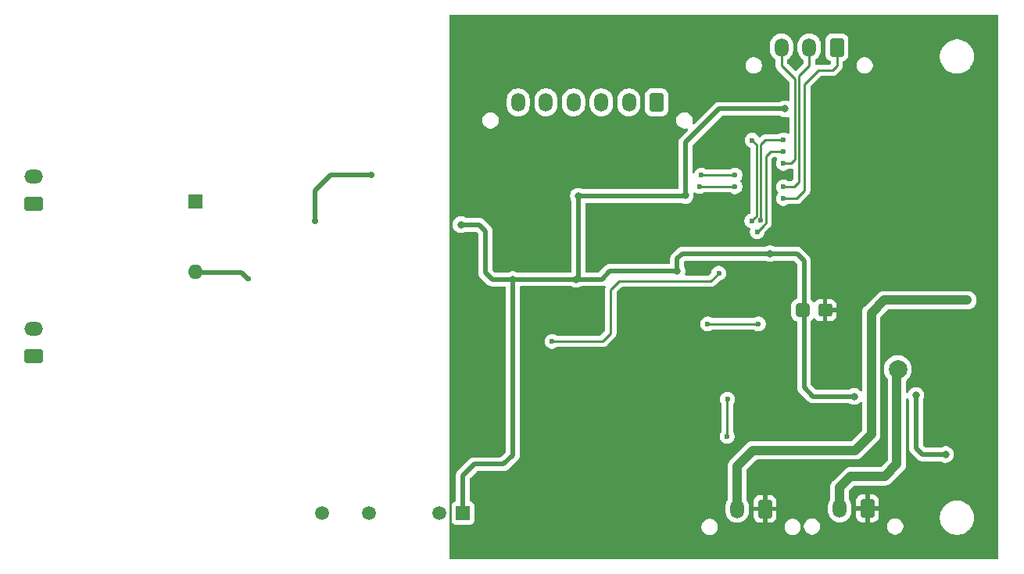
<source format=gbr>
%TF.GenerationSoftware,KiCad,Pcbnew,9.0.0*%
%TF.CreationDate,2025-07-11T04:59:07+08:00*%
%TF.ProjectId,tsal_g_v4.zip,7473616c-5f67-45f7-9634-2e7a69702e6b,rev?*%
%TF.SameCoordinates,Original*%
%TF.FileFunction,Copper,L2,Bot*%
%TF.FilePolarity,Positive*%
%FSLAX46Y46*%
G04 Gerber Fmt 4.6, Leading zero omitted, Abs format (unit mm)*
G04 Created by KiCad (PCBNEW 9.0.0) date 2025-07-11 04:59:07*
%MOMM*%
%LPD*%
G01*
G04 APERTURE LIST*
G04 Aperture macros list*
%AMRoundRect*
0 Rectangle with rounded corners*
0 $1 Rounding radius*
0 $2 $3 $4 $5 $6 $7 $8 $9 X,Y pos of 4 corners*
0 Add a 4 corners polygon primitive as box body*
4,1,4,$2,$3,$4,$5,$6,$7,$8,$9,$2,$3,0*
0 Add four circle primitives for the rounded corners*
1,1,$1+$1,$2,$3*
1,1,$1+$1,$4,$5*
1,1,$1+$1,$6,$7*
1,1,$1+$1,$8,$9*
0 Add four rect primitives between the rounded corners*
20,1,$1+$1,$2,$3,$4,$5,0*
20,1,$1+$1,$4,$5,$6,$7,0*
20,1,$1+$1,$6,$7,$8,$9,0*
20,1,$1+$1,$8,$9,$2,$3,0*%
G04 Aperture macros list end*
%TA.AperFunction,ComponentPad*%
%ADD10RoundRect,0.250001X0.499999X0.759999X-0.499999X0.759999X-0.499999X-0.759999X0.499999X-0.759999X0*%
%TD*%
%TA.AperFunction,ComponentPad*%
%ADD11O,1.500000X2.020000*%
%TD*%
%TA.AperFunction,ComponentPad*%
%ADD12R,1.600000X1.600000*%
%TD*%
%TA.AperFunction,ComponentPad*%
%ADD13O,1.600000X1.600000*%
%TD*%
%TA.AperFunction,ComponentPad*%
%ADD14RoundRect,0.250001X0.759999X-0.499999X0.759999X0.499999X-0.759999X0.499999X-0.759999X-0.499999X0*%
%TD*%
%TA.AperFunction,ComponentPad*%
%ADD15O,2.020000X1.500000*%
%TD*%
%TA.AperFunction,ComponentPad*%
%ADD16R,1.500000X1.500000*%
%TD*%
%TA.AperFunction,ComponentPad*%
%ADD17C,1.500000*%
%TD*%
%TA.AperFunction,SMDPad,CuDef*%
%ADD18RoundRect,0.305575X0.460025X0.412525X-0.460025X0.412525X-0.460025X-0.412525X0.460025X-0.412525X0*%
%TD*%
%TA.AperFunction,SMDPad,CuDef*%
%ADD19RoundRect,0.308511X0.457089X0.416489X-0.457089X0.416489X-0.457089X-0.416489X0.457089X-0.416489X0*%
%TD*%
%TA.AperFunction,ViaPad*%
%ADD20C,0.700000*%
%TD*%
%TA.AperFunction,ViaPad*%
%ADD21C,0.600000*%
%TD*%
%TA.AperFunction,ViaPad*%
%ADD22C,0.800000*%
%TD*%
%TA.AperFunction,ViaPad*%
%ADD23C,2.000000*%
%TD*%
%TA.AperFunction,Conductor*%
%ADD24C,0.500000*%
%TD*%
%TA.AperFunction,Conductor*%
%ADD25C,1.000000*%
%TD*%
%TA.AperFunction,Conductor*%
%ADD26C,0.250000*%
%TD*%
G04 APERTURE END LIST*
D10*
%TO.P,J7,1,Pin_1*%
%TO.N,GLV-*%
X145700000Y-107040000D03*
D11*
%TO.P,J7,2,Pin_2*%
%TO.N,GLV+*%
X142700000Y-107040000D03*
%TD*%
D10*
%TO.P,J8,1,Pin_1*%
%TO.N,Precharge Check*%
X153500000Y-57000000D03*
D11*
%TO.P,J8,2,Pin_2*%
%TO.N,AIRH Check*%
X150500000Y-57000000D03*
%TO.P,J8,3,Pin_3*%
%TO.N,AIRL Check*%
X147500000Y-57000000D03*
%TD*%
D12*
%TO.P,D1,1,K*%
%TO.N,/Vin*%
X84000000Y-73725000D03*
D13*
%TO.P,D1,2,A*%
%TO.N,GND*%
X84000000Y-81345000D03*
%TD*%
D14*
%TO.P,J2,1,Pin_1*%
%TO.N,/-HV*%
X66500000Y-90500000D03*
D15*
%TO.P,J2,2,Pin_2*%
X66500000Y-87500000D03*
%TD*%
D16*
%TO.P,U3,1,+Vin*%
%TO.N,VCC*%
X113000000Y-107500000D03*
D17*
%TO.P,U3,2,-Vin*%
%TO.N,GLV-*%
X110460000Y-107500000D03*
%TO.P,U3,4,-Vout*%
%TO.N,GND*%
X102840000Y-107500000D03*
%TO.P,U3,6,+Vout*%
%TO.N,+12V*%
X97760000Y-107500000D03*
%TD*%
D10*
%TO.P,J6,1,Pin_1*%
%TO.N,GLV-*%
X156800000Y-107000000D03*
D11*
%TO.P,J6,2,Pin_2*%
%TO.N,/GRN+*%
X153800000Y-107000000D03*
%TD*%
D10*
%TO.P,J3,1,Pin_1*%
%TO.N,Net-(J3-Pin_1)*%
X133978817Y-62973517D03*
D11*
%TO.P,J3,2,Pin_2*%
%TO.N,Net-(J3-Pin_2)*%
X130978817Y-62973517D03*
%TO.P,J3,3,Pin_3*%
%TO.N,Net-(J3-Pin_3)*%
X127978817Y-62973517D03*
%TO.P,J3,4,Pin_4*%
%TO.N,Net-(J3-Pin_4)*%
X124978817Y-62973517D03*
%TO.P,J3,5,Pin_5*%
%TO.N,Net-(J3-Pin_5)*%
X121978817Y-62973517D03*
%TO.P,J3,6,Pin_6*%
%TO.N,Net-(J3-Pin_6)*%
X118978817Y-62973517D03*
%TD*%
D14*
%TO.P,J1,1,Pin_1*%
%TO.N,Net-(J1-Pin_1)*%
X66500000Y-74000000D03*
D15*
%TO.P,J1,2,Pin_2*%
X66500000Y-71000000D03*
%TD*%
D18*
%TO.P,C17,1*%
%TO.N,GLV-*%
X152215600Y-85493100D03*
D19*
%TO.P,C17,2*%
%TO.N,VCC*%
X149784400Y-85500000D03*
%TD*%
D20*
%TO.N,+12V*%
X103032500Y-70847500D03*
X96950000Y-75800000D03*
D21*
%TO.N,GND*%
X89800000Y-82100000D03*
D22*
%TO.N,VCC*%
X136182500Y-81232500D03*
X118402500Y-82182500D03*
X165260000Y-101150000D03*
X137078817Y-73074117D03*
X162060000Y-94750000D03*
X146250600Y-79371900D03*
X155355600Y-94850000D03*
X125478817Y-73144117D03*
X147834417Y-63678517D03*
X125265600Y-82148948D03*
X112765000Y-76230000D03*
X150000000Y-85500000D03*
D21*
%TO.N,GLV-*%
X122500000Y-65500000D03*
X121000000Y-70500000D03*
X145000000Y-88500000D03*
X166000000Y-91000000D03*
X117000000Y-75500000D03*
X164000000Y-93000000D03*
X129000000Y-79000000D03*
X167691200Y-101156900D03*
X126600000Y-75000000D03*
X130000000Y-70500000D03*
X119500000Y-79000000D03*
X139500000Y-85500000D03*
X125200000Y-67800000D03*
X148000000Y-77000000D03*
X118500000Y-70500000D03*
X148000000Y-75000000D03*
X158700000Y-94800000D03*
X116000000Y-100000000D03*
X136000000Y-60000000D03*
X164000000Y-91000000D03*
X132500000Y-70500000D03*
X120500000Y-60000000D03*
X166000000Y-93000000D03*
X151000000Y-68000000D03*
X135000000Y-93200000D03*
X158000000Y-56000000D03*
X129500000Y-60000000D03*
X142500000Y-74800000D03*
X127400000Y-65400000D03*
X120800000Y-100000000D03*
X153600000Y-98000000D03*
X123000000Y-75000000D03*
X148300000Y-83600000D03*
X153000000Y-72400000D03*
X130000000Y-93200000D03*
X151000000Y-77000000D03*
X151000000Y-75000000D03*
X164000000Y-95000000D03*
X131000000Y-65500000D03*
X145000000Y-89900000D03*
X132500000Y-60000000D03*
X125400000Y-65400000D03*
X148600000Y-99000000D03*
X162000000Y-91000000D03*
X134000000Y-65500000D03*
X145000000Y-92000000D03*
X166000000Y-95000000D03*
X119500000Y-65500000D03*
X123500000Y-60000000D03*
X140500000Y-83000000D03*
X128700000Y-74900000D03*
X117000000Y-79000000D03*
X148600000Y-96800000D03*
X119500000Y-75500000D03*
X123000000Y-79000000D03*
X156500000Y-70500000D03*
X162000000Y-93000000D03*
X140000000Y-58000000D03*
D22*
%TO.N,GLV+*%
X167620000Y-84420000D03*
D21*
%TO.N,Out +*%
X144860966Y-76993827D03*
X147688817Y-68308517D03*
%TO.N,Out Precharge*%
X138618817Y-72078517D03*
X142448817Y-72118517D03*
D23*
%TO.N,/GRN+*%
X160100000Y-91900000D03*
D21*
%TO.N,TS RESET*%
X122627500Y-88882500D03*
X140700000Y-81500000D03*
%TO.N,AIRL Check*%
X147688817Y-69578517D03*
%TO.N,AIRH Check*%
X147688817Y-72123517D03*
%TO.N,Precharge Check*%
X147688817Y-73388517D03*
%TO.N,RESET*%
X141600000Y-99200000D03*
X141635000Y-95165000D03*
%TO.N,high aux*%
X144318817Y-67078517D03*
X144277375Y-75811075D03*
%TO.N,pre aux*%
X138818817Y-70878517D03*
X142448817Y-70848517D03*
%TO.N,low aux*%
X147688817Y-67038517D03*
X145193817Y-75778517D03*
%TO.N,Net-(U12-Pad2)*%
X145000000Y-87000000D03*
X139500000Y-87000000D03*
%TD*%
D24*
%TO.N,+12V*%
X96950000Y-72550000D02*
X96950000Y-75800000D01*
X103032500Y-70847500D02*
X103030000Y-70850000D01*
X98650000Y-70850000D02*
X96950000Y-72550000D01*
X103030000Y-70850000D02*
X98650000Y-70850000D01*
%TO.N,GND*%
X84500000Y-81400000D02*
X84445000Y-81345000D01*
X89000000Y-81400000D02*
X84500000Y-81400000D01*
X89800000Y-82100000D02*
X89700000Y-82100000D01*
X89700000Y-82100000D02*
X89000000Y-81400000D01*
X84445000Y-81345000D02*
X84000000Y-81345000D01*
%TO.N,VCC*%
X149935000Y-93885000D02*
X149935000Y-85849400D01*
X125265600Y-82148948D02*
X125475000Y-81939548D01*
X118402500Y-101197500D02*
X117400000Y-102200000D01*
X125475000Y-81939548D02*
X125475000Y-73147934D01*
X137078817Y-73074117D02*
X137078817Y-67321183D01*
X149171900Y-79371900D02*
X146250600Y-79371900D01*
X128917500Y-81232500D02*
X128001052Y-82148948D01*
X116182500Y-82182500D02*
X115425000Y-81425000D01*
X136182500Y-81232500D02*
X136182500Y-79942500D01*
X162060000Y-100435000D02*
X162775000Y-101150000D01*
X155355600Y-94850000D02*
X150900000Y-94850000D01*
X115425000Y-81425000D02*
X115425000Y-76900000D01*
X118436052Y-82148948D02*
X118402500Y-82182500D01*
X136182500Y-81232500D02*
X128917500Y-81232500D01*
X162775000Y-101150000D02*
X165260000Y-101150000D01*
X149935000Y-80135000D02*
X149171900Y-79371900D01*
X117400000Y-102200000D02*
X114200000Y-102200000D01*
X118402500Y-82182500D02*
X116182500Y-82182500D01*
X114755000Y-76230000D02*
X112765000Y-76230000D01*
X114200000Y-102200000D02*
X113000000Y-103400000D01*
X113000000Y-103400000D02*
X113000000Y-107500000D01*
X162060000Y-94750000D02*
X162060000Y-100435000D01*
X125265600Y-82148948D02*
X118436052Y-82148948D01*
X136753100Y-79371900D02*
X146250600Y-79371900D01*
X125478817Y-73144117D02*
X137008817Y-73144117D01*
X136182500Y-79942500D02*
X136753100Y-79371900D01*
X137008817Y-73144117D02*
X137078817Y-73074117D01*
X115425000Y-76900000D02*
X114755000Y-76230000D01*
X137078817Y-67321183D02*
X140721483Y-63678517D01*
X149935000Y-85849400D02*
X149935000Y-80135000D01*
X128001052Y-82148948D02*
X125265600Y-82148948D01*
X125475000Y-73147934D02*
X125478817Y-73144117D01*
X150900000Y-94850000D02*
X149935000Y-93885000D01*
X140721483Y-63678517D02*
X147834417Y-63678517D01*
X118402500Y-82182500D02*
X118402500Y-101197500D01*
D25*
%TO.N,GLV+*%
X158630000Y-84420000D02*
X167620000Y-84420000D01*
X142700000Y-107040000D02*
X142700000Y-102400000D01*
X144400000Y-100700000D02*
X155500000Y-100700000D01*
X142700000Y-102400000D02*
X144400000Y-100700000D01*
X157224000Y-98976000D02*
X157224000Y-85826000D01*
X155500000Y-100700000D02*
X157224000Y-98976000D01*
X157224000Y-85826000D02*
X158630000Y-84420000D01*
D26*
%TO.N,Out +*%
X145818817Y-75518219D02*
X145818817Y-68778517D01*
X144860966Y-76993827D02*
X145450276Y-76404517D01*
X145450276Y-76404517D02*
X145453115Y-76404517D01*
X146288817Y-68308517D02*
X147688817Y-68308517D01*
X145819817Y-76037815D02*
X145819817Y-75519219D01*
X145819817Y-75519219D02*
X145818817Y-75518219D01*
X145818817Y-68778517D02*
X146288817Y-68308517D01*
X145453115Y-76404517D02*
X145819817Y-76037815D01*
%TO.N,Out Precharge*%
X138618817Y-72078517D02*
X142408817Y-72078517D01*
X142408817Y-72078517D02*
X142448817Y-72118517D01*
D25*
%TO.N,/GRN+*%
X160000000Y-92000000D02*
X160000000Y-102200000D01*
X160000000Y-102200000D02*
X158700000Y-103500000D01*
X153800000Y-104700000D02*
X153800000Y-107000000D01*
X158700000Y-103500000D02*
X155000000Y-103500000D01*
X160100000Y-91900000D02*
X160000000Y-92000000D01*
X155000000Y-103500000D02*
X153800000Y-104700000D01*
D26*
%TO.N,TS RESET*%
X122627500Y-88882500D02*
X128117500Y-88882500D01*
X139850000Y-82350000D02*
X140700000Y-81500000D01*
X128117500Y-88882500D02*
X129000000Y-88000000D01*
X129000000Y-88000000D02*
X129000000Y-83275000D01*
X129925000Y-82350000D02*
X139850000Y-82350000D01*
X129000000Y-83275000D02*
X129925000Y-82350000D01*
%TO.N,AIRL Check*%
X147500000Y-59000000D02*
X147500000Y-57000000D01*
X148496483Y-69578517D02*
X148948000Y-69127000D01*
X147688817Y-69578517D02*
X148496483Y-69578517D01*
X148948000Y-69127000D02*
X148948000Y-60448000D01*
X148948000Y-60448000D02*
X147500000Y-59000000D01*
%TO.N,AIRH Check*%
X147688817Y-72123517D02*
X148876483Y-72123517D01*
X149399000Y-71601000D02*
X149399000Y-60101000D01*
X150400000Y-56825000D02*
X150400000Y-56300000D01*
X149399000Y-60101000D02*
X150500000Y-59000000D01*
X148876483Y-72123517D02*
X149399000Y-71601000D01*
X150500000Y-59000000D02*
X150500000Y-57000000D01*
%TO.N,Precharge Check*%
X153400000Y-56300000D02*
X153400000Y-57350000D01*
X153400000Y-57350000D02*
X152900000Y-57850000D01*
X149750000Y-72750000D02*
X150000000Y-72500000D01*
X150000000Y-72500000D02*
X150000000Y-61000000D01*
X153000000Y-59500000D02*
X153500000Y-59000000D01*
X149750000Y-72750000D02*
X149111483Y-73388517D01*
X153500000Y-59000000D02*
X153500000Y-57000000D01*
X149850000Y-72650000D02*
X149750000Y-72750000D01*
X149111483Y-73388517D02*
X147688817Y-73388517D01*
X150000000Y-61000000D02*
X151500000Y-59500000D01*
X151500000Y-59500000D02*
X153000000Y-59500000D01*
%TO.N,RESET*%
X141600000Y-99200000D02*
X141600000Y-95200000D01*
X141600000Y-95200000D02*
X141635000Y-95165000D01*
%TO.N,high aux*%
X144767817Y-67765327D02*
X144767817Y-67527517D01*
X144286259Y-75811075D02*
X144567817Y-75529517D01*
X144767817Y-75319219D02*
X144767817Y-67765327D01*
X144277375Y-75811075D02*
X144286259Y-75811075D01*
X144767817Y-67527517D02*
X144318817Y-67078517D01*
X144567817Y-75519219D02*
X144767817Y-75319219D01*
X144567817Y-75529517D02*
X144567817Y-75519219D01*
%TO.N,pre aux*%
X142418817Y-70878517D02*
X142448817Y-70848517D01*
X138818817Y-70878517D02*
X142418817Y-70878517D01*
%TO.N,low aux*%
X145218817Y-75753517D02*
X145218817Y-67578517D01*
X145758817Y-67038517D02*
X147688817Y-67038517D01*
X145218817Y-67578517D02*
X145758817Y-67038517D01*
X145193817Y-75778517D02*
X145218817Y-75753517D01*
%TO.N,Net-(U12-Pad2)*%
X145000000Y-87000000D02*
X139500000Y-87000000D01*
%TD*%
%TA.AperFunction,Conductor*%
%TO.N,GLV-*%
G36*
X170942539Y-53520185D02*
G01*
X170988294Y-53572989D01*
X170999500Y-53624500D01*
X170999500Y-112375500D01*
X170979815Y-112442539D01*
X170927011Y-112488294D01*
X170875500Y-112499500D01*
X111624000Y-112499500D01*
X111556961Y-112479815D01*
X111511206Y-112427011D01*
X111500000Y-112375500D01*
X111500000Y-108912781D01*
X138814500Y-108912781D01*
X138814500Y-109087218D01*
X138848527Y-109258283D01*
X138848529Y-109258291D01*
X138915278Y-109419439D01*
X138915283Y-109419448D01*
X139012186Y-109564473D01*
X139012189Y-109564477D01*
X139135522Y-109687810D01*
X139135526Y-109687813D01*
X139280551Y-109784716D01*
X139280557Y-109784719D01*
X139280558Y-109784720D01*
X139441709Y-109851471D01*
X139612781Y-109885499D01*
X139612785Y-109885500D01*
X139612786Y-109885500D01*
X139787215Y-109885500D01*
X139787216Y-109885499D01*
X139958291Y-109851471D01*
X140119442Y-109784720D01*
X140264474Y-109687813D01*
X140387813Y-109564474D01*
X140484720Y-109419442D01*
X140551471Y-109258291D01*
X140585500Y-109087214D01*
X140585500Y-108912786D01*
X140585499Y-108912781D01*
X147814500Y-108912781D01*
X147814500Y-109087218D01*
X147848527Y-109258283D01*
X147848529Y-109258291D01*
X147915278Y-109419439D01*
X147915283Y-109419448D01*
X148012186Y-109564473D01*
X148012189Y-109564477D01*
X148135522Y-109687810D01*
X148135526Y-109687813D01*
X148280551Y-109784716D01*
X148280557Y-109784719D01*
X148280558Y-109784720D01*
X148441709Y-109851471D01*
X148612781Y-109885499D01*
X148612785Y-109885500D01*
X148612786Y-109885500D01*
X148787215Y-109885500D01*
X148787216Y-109885499D01*
X148958291Y-109851471D01*
X149119442Y-109784720D01*
X149264474Y-109687813D01*
X149387813Y-109564474D01*
X149484720Y-109419442D01*
X149551471Y-109258291D01*
X149585500Y-109087214D01*
X149585500Y-108912786D01*
X149577543Y-108872785D01*
X149577542Y-108872781D01*
X149914500Y-108872781D01*
X149914500Y-109047218D01*
X149948527Y-109218283D01*
X149948529Y-109218291D01*
X150015278Y-109379439D01*
X150015283Y-109379448D01*
X150112186Y-109524473D01*
X150112189Y-109524477D01*
X150235522Y-109647810D01*
X150235526Y-109647813D01*
X150380551Y-109744716D01*
X150380557Y-109744719D01*
X150380558Y-109744720D01*
X150541709Y-109811471D01*
X150712781Y-109845499D01*
X150712785Y-109845500D01*
X150712786Y-109845500D01*
X150887215Y-109845500D01*
X150887216Y-109845499D01*
X151058291Y-109811471D01*
X151219442Y-109744720D01*
X151364474Y-109647813D01*
X151487813Y-109524474D01*
X151584720Y-109379442D01*
X151651471Y-109218291D01*
X151685500Y-109047214D01*
X151685500Y-108872786D01*
X151685499Y-108872781D01*
X158914500Y-108872781D01*
X158914500Y-109047218D01*
X158948527Y-109218283D01*
X158948529Y-109218291D01*
X159015278Y-109379439D01*
X159015283Y-109379448D01*
X159112186Y-109524473D01*
X159112189Y-109524477D01*
X159235522Y-109647810D01*
X159235526Y-109647813D01*
X159380551Y-109744716D01*
X159380557Y-109744719D01*
X159380558Y-109744720D01*
X159541709Y-109811471D01*
X159712781Y-109845499D01*
X159712785Y-109845500D01*
X159712786Y-109845500D01*
X159887215Y-109845500D01*
X159887216Y-109845499D01*
X160058291Y-109811471D01*
X160219442Y-109744720D01*
X160364474Y-109647813D01*
X160487813Y-109524474D01*
X160584720Y-109379442D01*
X160651471Y-109218291D01*
X160685500Y-109047214D01*
X160685500Y-108872786D01*
X160651471Y-108701709D01*
X160584720Y-108540558D01*
X160584719Y-108540557D01*
X160584716Y-108540551D01*
X160487813Y-108395526D01*
X160487810Y-108395522D01*
X160364477Y-108272189D01*
X160364473Y-108272186D01*
X160219448Y-108175283D01*
X160219439Y-108175278D01*
X160058291Y-108108529D01*
X160058283Y-108108527D01*
X159887218Y-108074500D01*
X159887214Y-108074500D01*
X159712786Y-108074500D01*
X159712781Y-108074500D01*
X159541716Y-108108527D01*
X159541708Y-108108529D01*
X159380560Y-108175278D01*
X159380551Y-108175283D01*
X159235526Y-108272186D01*
X159235522Y-108272189D01*
X159112189Y-108395522D01*
X159112186Y-108395526D01*
X159015283Y-108540551D01*
X159015278Y-108540560D01*
X158948529Y-108701708D01*
X158948527Y-108701716D01*
X158914500Y-108872781D01*
X151685499Y-108872781D01*
X151651471Y-108701709D01*
X151584720Y-108540558D01*
X151584719Y-108540557D01*
X151584716Y-108540551D01*
X151487813Y-108395526D01*
X151487810Y-108395522D01*
X151364477Y-108272189D01*
X151364473Y-108272186D01*
X151219448Y-108175283D01*
X151219439Y-108175278D01*
X151058291Y-108108529D01*
X151058283Y-108108527D01*
X150887218Y-108074500D01*
X150887214Y-108074500D01*
X150712786Y-108074500D01*
X150712781Y-108074500D01*
X150541716Y-108108527D01*
X150541708Y-108108529D01*
X150380560Y-108175278D01*
X150380551Y-108175283D01*
X150235526Y-108272186D01*
X150235522Y-108272189D01*
X150112189Y-108395522D01*
X150112186Y-108395526D01*
X150015283Y-108540551D01*
X150015278Y-108540560D01*
X149948529Y-108701708D01*
X149948527Y-108701716D01*
X149914500Y-108872781D01*
X149577542Y-108872781D01*
X149567085Y-108820205D01*
X149551471Y-108741709D01*
X149484720Y-108580558D01*
X149484719Y-108580557D01*
X149484716Y-108580551D01*
X149387813Y-108435526D01*
X149387810Y-108435522D01*
X149264477Y-108312189D01*
X149264473Y-108312186D01*
X149119448Y-108215283D01*
X149119439Y-108215278D01*
X148958291Y-108148529D01*
X148958283Y-108148527D01*
X148787218Y-108114500D01*
X148787214Y-108114500D01*
X148612786Y-108114500D01*
X148612781Y-108114500D01*
X148441716Y-108148527D01*
X148441708Y-108148529D01*
X148280560Y-108215278D01*
X148280551Y-108215283D01*
X148135526Y-108312186D01*
X148135522Y-108312189D01*
X148012189Y-108435522D01*
X148012186Y-108435526D01*
X147915283Y-108580551D01*
X147915278Y-108580560D01*
X147848529Y-108741708D01*
X147848527Y-108741716D01*
X147814500Y-108912781D01*
X140585499Y-108912781D01*
X140551471Y-108741709D01*
X140484720Y-108580558D01*
X140484719Y-108580557D01*
X140484716Y-108580551D01*
X140387813Y-108435526D01*
X140387810Y-108435522D01*
X140264477Y-108312189D01*
X140264473Y-108312186D01*
X140119448Y-108215283D01*
X140119439Y-108215278D01*
X139958291Y-108148529D01*
X139958283Y-108148527D01*
X139787218Y-108114500D01*
X139787214Y-108114500D01*
X139612786Y-108114500D01*
X139612781Y-108114500D01*
X139441716Y-108148527D01*
X139441708Y-108148529D01*
X139280560Y-108215278D01*
X139280551Y-108215283D01*
X139135526Y-108312186D01*
X139135522Y-108312189D01*
X139012189Y-108435522D01*
X139012186Y-108435526D01*
X138915283Y-108580551D01*
X138915278Y-108580560D01*
X138848529Y-108741708D01*
X138848527Y-108741716D01*
X138814500Y-108912781D01*
X111500000Y-108912781D01*
X111500000Y-106702135D01*
X111749500Y-106702135D01*
X111749500Y-108297870D01*
X111749501Y-108297876D01*
X111755908Y-108357483D01*
X111806202Y-108492328D01*
X111806206Y-108492335D01*
X111892452Y-108607544D01*
X111892455Y-108607547D01*
X112007664Y-108693793D01*
X112007671Y-108693797D01*
X112142517Y-108744091D01*
X112142516Y-108744091D01*
X112149444Y-108744835D01*
X112202127Y-108750500D01*
X113797872Y-108750499D01*
X113857483Y-108744091D01*
X113992331Y-108693796D01*
X114107546Y-108607546D01*
X114193796Y-108492331D01*
X114244091Y-108357483D01*
X114250500Y-108297873D01*
X114250499Y-106702128D01*
X114244091Y-106642517D01*
X114243740Y-106641577D01*
X114193797Y-106507671D01*
X114193793Y-106507664D01*
X114107547Y-106392455D01*
X114107544Y-106392452D01*
X113992335Y-106306206D01*
X113992328Y-106306202D01*
X113857482Y-106255908D01*
X113849938Y-106254126D01*
X113850474Y-106251853D01*
X113796688Y-106229571D01*
X113756843Y-106172177D01*
X113750500Y-106133024D01*
X113750500Y-103762229D01*
X113770185Y-103695190D01*
X113786819Y-103674548D01*
X114474548Y-102986819D01*
X114535871Y-102953334D01*
X114562229Y-102950500D01*
X117473920Y-102950500D01*
X117571462Y-102931096D01*
X117618913Y-102921658D01*
X117755495Y-102865084D01*
X117827385Y-102817049D01*
X117878416Y-102782952D01*
X118985451Y-101675916D01*
X119020901Y-101622861D01*
X119067584Y-101552995D01*
X119124158Y-101416413D01*
X119153000Y-101271418D01*
X119153000Y-99121153D01*
X140799500Y-99121153D01*
X140799500Y-99278846D01*
X140830261Y-99433489D01*
X140830264Y-99433501D01*
X140890602Y-99579172D01*
X140890609Y-99579185D01*
X140978210Y-99710288D01*
X140978213Y-99710292D01*
X141089707Y-99821786D01*
X141089711Y-99821789D01*
X141220814Y-99909390D01*
X141220827Y-99909397D01*
X141366498Y-99969735D01*
X141366503Y-99969737D01*
X141521153Y-100000499D01*
X141521156Y-100000500D01*
X141521158Y-100000500D01*
X141678844Y-100000500D01*
X141678845Y-100000499D01*
X141833497Y-99969737D01*
X141979179Y-99909394D01*
X142110289Y-99821789D01*
X142221789Y-99710289D01*
X142309394Y-99579179D01*
X142369737Y-99433497D01*
X142400500Y-99278842D01*
X142400500Y-99121158D01*
X142400500Y-99121155D01*
X142400499Y-99121153D01*
X142369738Y-98966510D01*
X142369737Y-98966503D01*
X142309394Y-98820821D01*
X142246397Y-98726539D01*
X142225520Y-98659863D01*
X142225500Y-98657650D01*
X142225500Y-95757783D01*
X142245185Y-95690744D01*
X142253647Y-95679118D01*
X142256789Y-95675289D01*
X142344390Y-95544185D01*
X142344390Y-95544184D01*
X142344394Y-95544179D01*
X142404737Y-95398497D01*
X142435500Y-95243842D01*
X142435500Y-95086158D01*
X142435500Y-95086155D01*
X142435499Y-95086153D01*
X142430820Y-95062631D01*
X142404737Y-94931503D01*
X142366294Y-94838693D01*
X142344397Y-94785827D01*
X142344390Y-94785814D01*
X142256789Y-94654711D01*
X142256786Y-94654707D01*
X142145292Y-94543213D01*
X142145288Y-94543210D01*
X142014185Y-94455609D01*
X142014172Y-94455602D01*
X141868501Y-94395264D01*
X141868489Y-94395261D01*
X141713845Y-94364500D01*
X141713842Y-94364500D01*
X141556158Y-94364500D01*
X141556155Y-94364500D01*
X141401510Y-94395261D01*
X141401498Y-94395264D01*
X141255827Y-94455602D01*
X141255814Y-94455609D01*
X141124711Y-94543210D01*
X141124707Y-94543213D01*
X141013213Y-94654707D01*
X141013210Y-94654711D01*
X140925609Y-94785814D01*
X140925602Y-94785827D01*
X140865264Y-94931498D01*
X140865261Y-94931510D01*
X140834500Y-95086153D01*
X140834500Y-95243846D01*
X140865261Y-95398489D01*
X140865264Y-95398501D01*
X140925603Y-95544174D01*
X140925604Y-95544175D01*
X140925606Y-95544179D01*
X140943968Y-95571659D01*
X140953602Y-95586077D01*
X140974480Y-95652754D01*
X140974500Y-95654968D01*
X140974500Y-98657650D01*
X140954815Y-98724689D01*
X140953602Y-98726541D01*
X140890609Y-98820815D01*
X140890602Y-98820828D01*
X140830264Y-98966498D01*
X140830261Y-98966510D01*
X140799500Y-99121153D01*
X119153000Y-99121153D01*
X119153000Y-83023448D01*
X119172685Y-82956409D01*
X119225489Y-82910654D01*
X119277000Y-82899448D01*
X124730330Y-82899448D01*
X124797369Y-82919133D01*
X124799222Y-82920347D01*
X124839047Y-82946958D01*
X124839050Y-82946959D01*
X124839053Y-82946961D01*
X125002934Y-83014842D01*
X125002936Y-83014842D01*
X125002941Y-83014844D01*
X125176904Y-83049447D01*
X125176907Y-83049448D01*
X125176909Y-83049448D01*
X125354293Y-83049448D01*
X125354294Y-83049447D01*
X125412282Y-83037912D01*
X125528258Y-83014844D01*
X125528261Y-83014842D01*
X125528266Y-83014842D01*
X125692147Y-82946961D01*
X125692150Y-82946958D01*
X125692152Y-82946958D01*
X125731978Y-82920347D01*
X125798655Y-82899468D01*
X125800870Y-82899448D01*
X128074972Y-82899448D01*
X128204305Y-82873721D01*
X128219965Y-82870606D01*
X128269918Y-82849914D01*
X128291922Y-82847548D01*
X128312921Y-82840556D01*
X128325981Y-82843887D01*
X128339385Y-82842446D01*
X128359176Y-82852353D01*
X128380624Y-82857823D01*
X128389811Y-82867688D01*
X128401864Y-82873721D01*
X128413157Y-82892754D01*
X128428243Y-82908952D01*
X128430638Y-82922216D01*
X128437517Y-82933809D01*
X128436727Y-82955928D01*
X128440661Y-82977709D01*
X128435182Y-82999186D01*
X128435024Y-83003634D01*
X128431938Y-83011908D01*
X128430732Y-83014821D01*
X128430724Y-83014842D01*
X128398538Y-83092545D01*
X128398535Y-83092555D01*
X128374500Y-83213389D01*
X128374500Y-87689547D01*
X128354815Y-87756586D01*
X128338181Y-87777228D01*
X127894729Y-88220681D01*
X127833406Y-88254166D01*
X127807048Y-88257000D01*
X123169850Y-88257000D01*
X123102811Y-88237315D01*
X123100959Y-88236102D01*
X123006684Y-88173109D01*
X123006672Y-88173102D01*
X122861001Y-88112764D01*
X122860989Y-88112761D01*
X122706345Y-88082000D01*
X122706342Y-88082000D01*
X122548658Y-88082000D01*
X122548655Y-88082000D01*
X122394010Y-88112761D01*
X122393998Y-88112764D01*
X122248327Y-88173102D01*
X122248314Y-88173109D01*
X122117211Y-88260710D01*
X122117207Y-88260713D01*
X122005713Y-88372207D01*
X122005710Y-88372211D01*
X121918109Y-88503314D01*
X121918102Y-88503327D01*
X121857764Y-88648998D01*
X121857761Y-88649010D01*
X121827000Y-88803653D01*
X121827000Y-88961346D01*
X121857761Y-89115989D01*
X121857764Y-89116001D01*
X121918102Y-89261672D01*
X121918109Y-89261685D01*
X122005710Y-89392788D01*
X122005713Y-89392792D01*
X122117207Y-89504286D01*
X122117211Y-89504289D01*
X122248314Y-89591890D01*
X122248327Y-89591897D01*
X122393998Y-89652235D01*
X122394003Y-89652237D01*
X122548653Y-89682999D01*
X122548656Y-89683000D01*
X122548658Y-89683000D01*
X122706344Y-89683000D01*
X122706345Y-89682999D01*
X122860997Y-89652237D01*
X123006679Y-89591894D01*
X123100959Y-89528898D01*
X123167636Y-89508020D01*
X123169850Y-89508000D01*
X128179107Y-89508000D01*
X128239529Y-89495981D01*
X128299952Y-89483963D01*
X128333292Y-89470152D01*
X128413786Y-89436812D01*
X128479669Y-89392789D01*
X128516233Y-89368358D01*
X128603358Y-89281233D01*
X128603358Y-89281231D01*
X128613566Y-89271024D01*
X128613567Y-89271021D01*
X129485857Y-88398734D01*
X129554311Y-88296286D01*
X129601463Y-88182452D01*
X129625500Y-88061607D01*
X129625500Y-87938394D01*
X129625500Y-86921153D01*
X138699500Y-86921153D01*
X138699500Y-87078846D01*
X138730261Y-87233489D01*
X138730264Y-87233501D01*
X138790602Y-87379172D01*
X138790609Y-87379185D01*
X138878210Y-87510288D01*
X138878213Y-87510292D01*
X138989707Y-87621786D01*
X138989711Y-87621789D01*
X139120814Y-87709390D01*
X139120827Y-87709397D01*
X139234753Y-87756586D01*
X139266503Y-87769737D01*
X139421153Y-87800499D01*
X139421156Y-87800500D01*
X139421158Y-87800500D01*
X139578844Y-87800500D01*
X139578845Y-87800499D01*
X139733497Y-87769737D01*
X139879179Y-87709394D01*
X139973459Y-87646398D01*
X140040136Y-87625520D01*
X140042350Y-87625500D01*
X144457650Y-87625500D01*
X144524689Y-87645185D01*
X144526541Y-87646398D01*
X144620821Y-87709394D01*
X144620823Y-87709395D01*
X144620827Y-87709397D01*
X144734753Y-87756586D01*
X144766503Y-87769737D01*
X144921153Y-87800499D01*
X144921156Y-87800500D01*
X144921158Y-87800500D01*
X145078844Y-87800500D01*
X145078845Y-87800499D01*
X145233497Y-87769737D01*
X145379179Y-87709394D01*
X145510289Y-87621789D01*
X145621789Y-87510289D01*
X145709394Y-87379179D01*
X145769737Y-87233497D01*
X145800500Y-87078842D01*
X145800500Y-86921158D01*
X145800500Y-86921155D01*
X145800499Y-86921153D01*
X145769738Y-86766510D01*
X145769737Y-86766503D01*
X145756808Y-86735289D01*
X145709397Y-86620827D01*
X145709390Y-86620814D01*
X145621789Y-86489711D01*
X145621786Y-86489707D01*
X145510292Y-86378213D01*
X145510288Y-86378210D01*
X145379185Y-86290609D01*
X145379172Y-86290602D01*
X145233501Y-86230264D01*
X145233489Y-86230261D01*
X145078845Y-86199500D01*
X145078842Y-86199500D01*
X144921158Y-86199500D01*
X144921155Y-86199500D01*
X144766510Y-86230261D01*
X144766498Y-86230264D01*
X144620827Y-86290602D01*
X144620815Y-86290609D01*
X144526541Y-86353602D01*
X144459864Y-86374480D01*
X144457650Y-86374500D01*
X140042350Y-86374500D01*
X139975311Y-86354815D01*
X139973459Y-86353602D01*
X139879184Y-86290609D01*
X139879172Y-86290602D01*
X139733501Y-86230264D01*
X139733489Y-86230261D01*
X139578845Y-86199500D01*
X139578842Y-86199500D01*
X139421158Y-86199500D01*
X139421155Y-86199500D01*
X139266510Y-86230261D01*
X139266498Y-86230264D01*
X139120827Y-86290602D01*
X139120814Y-86290609D01*
X138989711Y-86378210D01*
X138989707Y-86378213D01*
X138878213Y-86489707D01*
X138878210Y-86489711D01*
X138790609Y-86620814D01*
X138790602Y-86620827D01*
X138730264Y-86766498D01*
X138730261Y-86766510D01*
X138699500Y-86921153D01*
X129625500Y-86921153D01*
X129625500Y-83585452D01*
X129645185Y-83518413D01*
X129661819Y-83497771D01*
X130147772Y-83011819D01*
X130209095Y-82978334D01*
X130235453Y-82975500D01*
X139911607Y-82975500D01*
X139972029Y-82963481D01*
X140032452Y-82951463D01*
X140065792Y-82937652D01*
X140146286Y-82904312D01*
X140197509Y-82870084D01*
X140248733Y-82835858D01*
X140335858Y-82748733D01*
X140335858Y-82748731D01*
X140346066Y-82738524D01*
X140346068Y-82738521D01*
X140758797Y-82325791D01*
X140820118Y-82292308D01*
X140822128Y-82291889D01*
X140933497Y-82269737D01*
X141079179Y-82209394D01*
X141210289Y-82121789D01*
X141321789Y-82010289D01*
X141409394Y-81879179D01*
X141469737Y-81733497D01*
X141500500Y-81578842D01*
X141500500Y-81421158D01*
X141500500Y-81421155D01*
X141500499Y-81421153D01*
X141498741Y-81412315D01*
X141469737Y-81266503D01*
X141418914Y-81143804D01*
X141409397Y-81120827D01*
X141409390Y-81120814D01*
X141321789Y-80989711D01*
X141321786Y-80989707D01*
X141210292Y-80878213D01*
X141210288Y-80878210D01*
X141079185Y-80790609D01*
X141079172Y-80790602D01*
X140933501Y-80730264D01*
X140933489Y-80730261D01*
X140778845Y-80699500D01*
X140778842Y-80699500D01*
X140621158Y-80699500D01*
X140621155Y-80699500D01*
X140466510Y-80730261D01*
X140466498Y-80730264D01*
X140320827Y-80790602D01*
X140320814Y-80790609D01*
X140189711Y-80878210D01*
X140189707Y-80878213D01*
X140078213Y-80989707D01*
X140078210Y-80989711D01*
X139990609Y-81120814D01*
X139990602Y-81120827D01*
X139930264Y-81266498D01*
X139930261Y-81266508D01*
X139908141Y-81377714D01*
X139875756Y-81439625D01*
X139874206Y-81441203D01*
X139627227Y-81688182D01*
X139565907Y-81721666D01*
X139539548Y-81724500D01*
X137138980Y-81724500D01*
X137071941Y-81704815D01*
X137026186Y-81652011D01*
X137016242Y-81582853D01*
X137024416Y-81553053D01*
X137048394Y-81495166D01*
X137064419Y-81414606D01*
X137078963Y-81341487D01*
X137083000Y-81321191D01*
X137083000Y-81143809D01*
X137083000Y-81143806D01*
X137082999Y-81143804D01*
X137048396Y-80969841D01*
X137048393Y-80969832D01*
X136980513Y-80805953D01*
X136980511Y-80805951D01*
X136980511Y-80805949D01*
X136953898Y-80766120D01*
X136933020Y-80699442D01*
X136933000Y-80697229D01*
X136933000Y-80304729D01*
X136941644Y-80275288D01*
X136948168Y-80245302D01*
X136951922Y-80240286D01*
X136952685Y-80237690D01*
X136969319Y-80217048D01*
X137027648Y-80158719D01*
X137088971Y-80125234D01*
X137115329Y-80122400D01*
X145715330Y-80122400D01*
X145782369Y-80142085D01*
X145784222Y-80143299D01*
X145824047Y-80169910D01*
X145824050Y-80169911D01*
X145824053Y-80169913D01*
X145987934Y-80237794D01*
X145987936Y-80237794D01*
X145987941Y-80237796D01*
X146161904Y-80272399D01*
X146161907Y-80272400D01*
X146161909Y-80272400D01*
X146339293Y-80272400D01*
X146339294Y-80272399D01*
X146434976Y-80253367D01*
X146513258Y-80237796D01*
X146513261Y-80237794D01*
X146513266Y-80237794D01*
X146677147Y-80169913D01*
X146677150Y-80169910D01*
X146677152Y-80169910D01*
X146716978Y-80143299D01*
X146783655Y-80122420D01*
X146785870Y-80122400D01*
X148809670Y-80122400D01*
X148876709Y-80142085D01*
X148897351Y-80158719D01*
X149148181Y-80409548D01*
X149181666Y-80470871D01*
X149184500Y-80497229D01*
X149184500Y-84188390D01*
X149164815Y-84255429D01*
X149112011Y-84301184D01*
X149101455Y-84305431D01*
X148974076Y-84350003D01*
X148974072Y-84350004D01*
X148819709Y-84446998D01*
X148690798Y-84575909D01*
X148593806Y-84730270D01*
X148533592Y-84902350D01*
X148533591Y-84902355D01*
X148518300Y-85038072D01*
X148518300Y-85961922D01*
X148518301Y-85961926D01*
X148533592Y-86097647D01*
X148593805Y-86269728D01*
X148690798Y-86424090D01*
X148819709Y-86553001D01*
X148951825Y-86636016D01*
X148974073Y-86649995D01*
X149101454Y-86694567D01*
X149158230Y-86735289D01*
X149183978Y-86800241D01*
X149184500Y-86811609D01*
X149184500Y-93958918D01*
X149184500Y-93958920D01*
X149184499Y-93958920D01*
X149213340Y-94103907D01*
X149213343Y-94103917D01*
X149269913Y-94240490D01*
X149269914Y-94240491D01*
X149269916Y-94240495D01*
X149287659Y-94267049D01*
X149325341Y-94323446D01*
X149352051Y-94363420D01*
X149352052Y-94363421D01*
X150317049Y-95328416D01*
X150387122Y-95398489D01*
X150421585Y-95432952D01*
X150544498Y-95515080D01*
X150544511Y-95515087D01*
X150640779Y-95554962D01*
X150681087Y-95571658D01*
X150681091Y-95571658D01*
X150681092Y-95571659D01*
X150826079Y-95600500D01*
X150826082Y-95600500D01*
X150826083Y-95600500D01*
X150973917Y-95600500D01*
X154820330Y-95600500D01*
X154887369Y-95620185D01*
X154889222Y-95621399D01*
X154929047Y-95648010D01*
X154929050Y-95648011D01*
X154929053Y-95648013D01*
X155092934Y-95715894D01*
X155092936Y-95715894D01*
X155092941Y-95715896D01*
X155266904Y-95750499D01*
X155266907Y-95750500D01*
X155266909Y-95750500D01*
X155444293Y-95750500D01*
X155444294Y-95750499D01*
X155502282Y-95738964D01*
X155618258Y-95715896D01*
X155618261Y-95715894D01*
X155618266Y-95715894D01*
X155782147Y-95648013D01*
X155929635Y-95549464D01*
X155964019Y-95515080D01*
X156011819Y-95467281D01*
X156073142Y-95433796D01*
X156142834Y-95438780D01*
X156198767Y-95480652D01*
X156223184Y-95546116D01*
X156223500Y-95554962D01*
X156223500Y-98510218D01*
X156203815Y-98577257D01*
X156187181Y-98597899D01*
X155121899Y-99663181D01*
X155060576Y-99696666D01*
X155034218Y-99699500D01*
X144301455Y-99699500D01*
X144208773Y-99717936D01*
X144208771Y-99717936D01*
X144204812Y-99718724D01*
X144108164Y-99737949D01*
X144068663Y-99754311D01*
X144061137Y-99757428D01*
X144061127Y-99757431D01*
X143926092Y-99813364D01*
X143926079Y-99813371D01*
X143762219Y-99922859D01*
X143715344Y-99969735D01*
X143622861Y-100062218D01*
X143622858Y-100062221D01*
X142062221Y-101622858D01*
X142062218Y-101622861D01*
X142023028Y-101662051D01*
X141922859Y-101762219D01*
X141813371Y-101926080D01*
X141813364Y-101926093D01*
X141790586Y-101981087D01*
X141740729Y-102101454D01*
X141740727Y-102101460D01*
X141737949Y-102108164D01*
X141737946Y-102108175D01*
X141699500Y-102301454D01*
X141699500Y-105989301D01*
X141679815Y-106056340D01*
X141675818Y-106062186D01*
X141630478Y-106124591D01*
X141541117Y-106299970D01*
X141480290Y-106487173D01*
X141449500Y-106681577D01*
X141449500Y-107398422D01*
X141480290Y-107592826D01*
X141541117Y-107780029D01*
X141608711Y-107912689D01*
X141630476Y-107955405D01*
X141746172Y-108114646D01*
X141885354Y-108253828D01*
X142044595Y-108369524D01*
X142095627Y-108395526D01*
X142219970Y-108458882D01*
X142219972Y-108458882D01*
X142219975Y-108458884D01*
X142320317Y-108491487D01*
X142407173Y-108519709D01*
X142601578Y-108550500D01*
X142601583Y-108550500D01*
X142798422Y-108550500D01*
X142992826Y-108519709D01*
X143022710Y-108509999D01*
X143180025Y-108458884D01*
X143355405Y-108369524D01*
X143514646Y-108253828D01*
X143653828Y-108114646D01*
X143769524Y-107955405D01*
X143858884Y-107780025D01*
X143919709Y-107592826D01*
X143926492Y-107550000D01*
X143950500Y-107398422D01*
X143950500Y-106681577D01*
X143919709Y-106487173D01*
X143906712Y-106447173D01*
X143858884Y-106299975D01*
X143855316Y-106292972D01*
X143850316Y-106283158D01*
X143823238Y-106230014D01*
X144450000Y-106230014D01*
X144450000Y-106790000D01*
X145255440Y-106790000D01*
X145224755Y-106843147D01*
X145190000Y-106972857D01*
X145190000Y-107107143D01*
X145224755Y-107236853D01*
X145255440Y-107290000D01*
X144450000Y-107290000D01*
X144450000Y-107849985D01*
X144460493Y-107952689D01*
X144460494Y-107952696D01*
X144515641Y-108119118D01*
X144515643Y-108119123D01*
X144607684Y-108268344D01*
X144731655Y-108392315D01*
X144880876Y-108484356D01*
X144880881Y-108484358D01*
X145047303Y-108539505D01*
X145047310Y-108539506D01*
X145150014Y-108549999D01*
X145150027Y-108550000D01*
X145450000Y-108550000D01*
X145450000Y-107484560D01*
X145503147Y-107515245D01*
X145632857Y-107550000D01*
X145767143Y-107550000D01*
X145896853Y-107515245D01*
X145950000Y-107484560D01*
X145950000Y-108550000D01*
X146249973Y-108550000D01*
X146249985Y-108549999D01*
X146352689Y-108539506D01*
X146352696Y-108539505D01*
X146519118Y-108484358D01*
X146519123Y-108484356D01*
X146668344Y-108392315D01*
X146792315Y-108268344D01*
X146884356Y-108119123D01*
X146884358Y-108119118D01*
X146939505Y-107952696D01*
X146939506Y-107952689D01*
X146949999Y-107849985D01*
X146950000Y-107849972D01*
X146950000Y-107290000D01*
X146144560Y-107290000D01*
X146175245Y-107236853D01*
X146210000Y-107107143D01*
X146210000Y-106972857D01*
X146175245Y-106843147D01*
X146144560Y-106790000D01*
X146950000Y-106790000D01*
X146950000Y-106641577D01*
X152549500Y-106641577D01*
X152549500Y-107358422D01*
X152580290Y-107552826D01*
X152641117Y-107740029D01*
X152711780Y-107878712D01*
X152730476Y-107915405D01*
X152846172Y-108074646D01*
X152985354Y-108213828D01*
X153144595Y-108329524D01*
X153199466Y-108357482D01*
X153319970Y-108418882D01*
X153319972Y-108418882D01*
X153319975Y-108418884D01*
X153420317Y-108451487D01*
X153507173Y-108479709D01*
X153701578Y-108510500D01*
X153701583Y-108510500D01*
X153898422Y-108510500D01*
X154092826Y-108479709D01*
X154156918Y-108458884D01*
X154280025Y-108418884D01*
X154455405Y-108329524D01*
X154614646Y-108213828D01*
X154753828Y-108074646D01*
X154869524Y-107915405D01*
X154958884Y-107740025D01*
X155019709Y-107552826D01*
X155026492Y-107510000D01*
X155050500Y-107358422D01*
X155050500Y-106641577D01*
X155019709Y-106447173D01*
X155008085Y-106411399D01*
X154958884Y-106259975D01*
X154953547Y-106249500D01*
X154950316Y-106243158D01*
X154923237Y-106190014D01*
X155550000Y-106190014D01*
X155550000Y-106750000D01*
X156355440Y-106750000D01*
X156324755Y-106803147D01*
X156290000Y-106932857D01*
X156290000Y-107067143D01*
X156324755Y-107196853D01*
X156355440Y-107250000D01*
X155550000Y-107250000D01*
X155550000Y-107809985D01*
X155560493Y-107912689D01*
X155560494Y-107912696D01*
X155615641Y-108079118D01*
X155615643Y-108079123D01*
X155707684Y-108228344D01*
X155831655Y-108352315D01*
X155980876Y-108444356D01*
X155980881Y-108444358D01*
X156147303Y-108499505D01*
X156147310Y-108499506D01*
X156250014Y-108509999D01*
X156250027Y-108510000D01*
X156550000Y-108510000D01*
X156550000Y-107444560D01*
X156603147Y-107475245D01*
X156732857Y-107510000D01*
X156867143Y-107510000D01*
X156996853Y-107475245D01*
X157050000Y-107444560D01*
X157050000Y-108510000D01*
X157349973Y-108510000D01*
X157349985Y-108509999D01*
X157452689Y-108499506D01*
X157452696Y-108499505D01*
X157619118Y-108444358D01*
X157619123Y-108444356D01*
X157768344Y-108352315D01*
X157892315Y-108228344D01*
X157984356Y-108079123D01*
X157984358Y-108079118D01*
X158039505Y-107912696D01*
X158039506Y-107912688D01*
X158042978Y-107878711D01*
X164649500Y-107878711D01*
X164649500Y-108121288D01*
X164679914Y-108352315D01*
X164681162Y-108361789D01*
X164707178Y-108458882D01*
X164743947Y-108596104D01*
X164807900Y-108750499D01*
X164836776Y-108820212D01*
X164958064Y-109030289D01*
X164958066Y-109030292D01*
X164958067Y-109030293D01*
X165105733Y-109222736D01*
X165105739Y-109222743D01*
X165277256Y-109394260D01*
X165277262Y-109394265D01*
X165469711Y-109541936D01*
X165679788Y-109663224D01*
X165903900Y-109756054D01*
X166138211Y-109818838D01*
X166318586Y-109842584D01*
X166378711Y-109850500D01*
X166378712Y-109850500D01*
X166621289Y-109850500D01*
X166669388Y-109844167D01*
X166861789Y-109818838D01*
X167096100Y-109756054D01*
X167320212Y-109663224D01*
X167530289Y-109541936D01*
X167722738Y-109394265D01*
X167894265Y-109222738D01*
X168041936Y-109030289D01*
X168163224Y-108820212D01*
X168256054Y-108596100D01*
X168318838Y-108361789D01*
X168350500Y-108121288D01*
X168350500Y-107878712D01*
X168348306Y-107862050D01*
X168318838Y-107638214D01*
X168318838Y-107638211D01*
X168256054Y-107403900D01*
X168163224Y-107179788D01*
X168041936Y-106969711D01*
X167894265Y-106777262D01*
X167894260Y-106777256D01*
X167722743Y-106605739D01*
X167722736Y-106605733D01*
X167530293Y-106458067D01*
X167530292Y-106458066D01*
X167530289Y-106458064D01*
X167320212Y-106336776D01*
X167320205Y-106336773D01*
X167096104Y-106243947D01*
X166861785Y-106181161D01*
X166621289Y-106149500D01*
X166621288Y-106149500D01*
X166378712Y-106149500D01*
X166378711Y-106149500D01*
X166138214Y-106181161D01*
X165903895Y-106243947D01*
X165679794Y-106336773D01*
X165679785Y-106336777D01*
X165469706Y-106458067D01*
X165277263Y-106605733D01*
X165277256Y-106605739D01*
X165105739Y-106777256D01*
X165105733Y-106777263D01*
X164958067Y-106969706D01*
X164836777Y-107179785D01*
X164836773Y-107179794D01*
X164743947Y-107403895D01*
X164681161Y-107638214D01*
X164649500Y-107878711D01*
X158042978Y-107878711D01*
X158044680Y-107862051D01*
X158044680Y-107862050D01*
X158049999Y-107809985D01*
X158050000Y-107809972D01*
X158050000Y-107250000D01*
X157244560Y-107250000D01*
X157275245Y-107196853D01*
X157310000Y-107067143D01*
X157310000Y-106932857D01*
X157275245Y-106803147D01*
X157244560Y-106750000D01*
X158050000Y-106750000D01*
X158050000Y-106190027D01*
X158049999Y-106190014D01*
X158039506Y-106087310D01*
X158039505Y-106087303D01*
X157984358Y-105920881D01*
X157984356Y-105920876D01*
X157892315Y-105771655D01*
X157768344Y-105647684D01*
X157619123Y-105555643D01*
X157619118Y-105555641D01*
X157452696Y-105500494D01*
X157452689Y-105500493D01*
X157349985Y-105490000D01*
X157050000Y-105490000D01*
X157050000Y-106555439D01*
X156996853Y-106524755D01*
X156867143Y-106490000D01*
X156732857Y-106490000D01*
X156603147Y-106524755D01*
X156550000Y-106555439D01*
X156550000Y-105490000D01*
X156250014Y-105490000D01*
X156147310Y-105500493D01*
X156147303Y-105500494D01*
X155980881Y-105555641D01*
X155980876Y-105555643D01*
X155831655Y-105647684D01*
X155707684Y-105771655D01*
X155615643Y-105920876D01*
X155615641Y-105920881D01*
X155560494Y-106087303D01*
X155560493Y-106087310D01*
X155550000Y-106190014D01*
X154923237Y-106190014D01*
X154914149Y-106172177D01*
X154869524Y-106084595D01*
X154853243Y-106062186D01*
X154824182Y-106022186D01*
X154800702Y-105956380D01*
X154800500Y-105949301D01*
X154800500Y-105165782D01*
X154820185Y-105098743D01*
X154836819Y-105078101D01*
X155378102Y-104536819D01*
X155439425Y-104503334D01*
X155465783Y-104500500D01*
X158798542Y-104500500D01*
X158829566Y-104494328D01*
X158895188Y-104481275D01*
X158991836Y-104462051D01*
X159045165Y-104439961D01*
X159173914Y-104386632D01*
X159337782Y-104277139D01*
X159477139Y-104137782D01*
X159477139Y-104137780D01*
X159487347Y-104127573D01*
X159487348Y-104127570D01*
X160777140Y-102837781D01*
X160886632Y-102673914D01*
X160962052Y-102491835D01*
X160999918Y-102301461D01*
X160999924Y-102301462D01*
X160999924Y-102301434D01*
X161000500Y-102298541D01*
X161000500Y-95168650D01*
X161002105Y-95163183D01*
X161000994Y-95157596D01*
X161011840Y-95130029D01*
X161020185Y-95101611D01*
X161024489Y-95097881D01*
X161026576Y-95092578D01*
X161050607Y-95075249D01*
X161072989Y-95055856D01*
X161078627Y-95055045D01*
X161083249Y-95051713D01*
X161112826Y-95050127D01*
X161142147Y-95045912D01*
X161147329Y-95048278D01*
X161153018Y-95047974D01*
X161178757Y-95062631D01*
X161205703Y-95074937D01*
X161210078Y-95080467D01*
X161213734Y-95082549D01*
X161223420Y-95097329D01*
X161234376Y-95111177D01*
X161236942Y-95116083D01*
X161261987Y-95176547D01*
X161292293Y-95221903D01*
X161295376Y-95227796D01*
X161300946Y-95255800D01*
X161309480Y-95283055D01*
X161309500Y-95285269D01*
X161309500Y-100508918D01*
X161309500Y-100508920D01*
X161309499Y-100508920D01*
X161338340Y-100653907D01*
X161338343Y-100653917D01*
X161394914Y-100790492D01*
X161427812Y-100839727D01*
X161427813Y-100839730D01*
X161477046Y-100913414D01*
X161477052Y-100913421D01*
X161894338Y-101330706D01*
X162296584Y-101732952D01*
X162367673Y-101780451D01*
X162419505Y-101815084D01*
X162476080Y-101838518D01*
X162556088Y-101871659D01*
X162672241Y-101894763D01*
X162691468Y-101898587D01*
X162701081Y-101900500D01*
X162701082Y-101900500D01*
X162701083Y-101900500D01*
X162848918Y-101900500D01*
X164724730Y-101900500D01*
X164791769Y-101920185D01*
X164793622Y-101921399D01*
X164833447Y-101948010D01*
X164833450Y-101948011D01*
X164833453Y-101948013D01*
X164997334Y-102015894D01*
X164997336Y-102015894D01*
X164997341Y-102015896D01*
X165171304Y-102050499D01*
X165171307Y-102050500D01*
X165171309Y-102050500D01*
X165348693Y-102050500D01*
X165348694Y-102050499D01*
X165406682Y-102038964D01*
X165522658Y-102015896D01*
X165522661Y-102015894D01*
X165522666Y-102015894D01*
X165686547Y-101948013D01*
X165834035Y-101849464D01*
X165959464Y-101724035D01*
X166058013Y-101576547D01*
X166125894Y-101412666D01*
X166140790Y-101337782D01*
X166160499Y-101238695D01*
X166160500Y-101238693D01*
X166160500Y-101061306D01*
X166160499Y-101061304D01*
X166125896Y-100887341D01*
X166125893Y-100887332D01*
X166058016Y-100723459D01*
X166058009Y-100723446D01*
X165959464Y-100575965D01*
X165959461Y-100575961D01*
X165834038Y-100450538D01*
X165834034Y-100450535D01*
X165686553Y-100351990D01*
X165686540Y-100351983D01*
X165522667Y-100284106D01*
X165522658Y-100284103D01*
X165348694Y-100249500D01*
X165348691Y-100249500D01*
X165171309Y-100249500D01*
X165171306Y-100249500D01*
X164997341Y-100284103D01*
X164997332Y-100284106D01*
X164833452Y-100351987D01*
X164833447Y-100351989D01*
X164793622Y-100378601D01*
X164726945Y-100399480D01*
X164724730Y-100399500D01*
X163137230Y-100399500D01*
X163070191Y-100379815D01*
X163049549Y-100363181D01*
X162846819Y-100160451D01*
X162813334Y-100099128D01*
X162810500Y-100072770D01*
X162810500Y-95285269D01*
X162830185Y-95218230D01*
X162831398Y-95216378D01*
X162858013Y-95176547D01*
X162925894Y-95012666D01*
X162942039Y-94931503D01*
X162960499Y-94838695D01*
X162960500Y-94838693D01*
X162960500Y-94661306D01*
X162960499Y-94661304D01*
X162925896Y-94487341D01*
X162925893Y-94487332D01*
X162858016Y-94323459D01*
X162858009Y-94323446D01*
X162759464Y-94175965D01*
X162759461Y-94175961D01*
X162634038Y-94050538D01*
X162634034Y-94050535D01*
X162486553Y-93951990D01*
X162486540Y-93951983D01*
X162322667Y-93884106D01*
X162322658Y-93884103D01*
X162148694Y-93849500D01*
X162148691Y-93849500D01*
X161971309Y-93849500D01*
X161971306Y-93849500D01*
X161797341Y-93884103D01*
X161797332Y-93884106D01*
X161633459Y-93951983D01*
X161633446Y-93951990D01*
X161485965Y-94050535D01*
X161485961Y-94050538D01*
X161360538Y-94175961D01*
X161360535Y-94175965D01*
X161261990Y-94323446D01*
X161261983Y-94323459D01*
X161239061Y-94378801D01*
X161195221Y-94433205D01*
X161128927Y-94455270D01*
X161061227Y-94437991D01*
X161013616Y-94386854D01*
X161000500Y-94331349D01*
X161000500Y-93163648D01*
X161020185Y-93096609D01*
X161051612Y-93063332D01*
X161077510Y-93044517D01*
X161244517Y-92877510D01*
X161383343Y-92686433D01*
X161490568Y-92475992D01*
X161563553Y-92251368D01*
X161600500Y-92018097D01*
X161600500Y-91781902D01*
X161563553Y-91548631D01*
X161490566Y-91324003D01*
X161383342Y-91113566D01*
X161244517Y-90922490D01*
X161077510Y-90755483D01*
X160886433Y-90616657D01*
X160675996Y-90509433D01*
X160451368Y-90436446D01*
X160218097Y-90399500D01*
X160218092Y-90399500D01*
X159981908Y-90399500D01*
X159981903Y-90399500D01*
X159748631Y-90436446D01*
X159524003Y-90509433D01*
X159313566Y-90616657D01*
X159204550Y-90695862D01*
X159122490Y-90755483D01*
X159122488Y-90755485D01*
X159122487Y-90755485D01*
X158955485Y-90922487D01*
X158955485Y-90922488D01*
X158955483Y-90922490D01*
X158895862Y-91004550D01*
X158816657Y-91113566D01*
X158709433Y-91324003D01*
X158636446Y-91548631D01*
X158599500Y-91781902D01*
X158599500Y-92018097D01*
X158636446Y-92251368D01*
X158709433Y-92475996D01*
X158816657Y-92686433D01*
X158955483Y-92877510D01*
X158955485Y-92877512D01*
X158963181Y-92885208D01*
X158996666Y-92946531D01*
X158999500Y-92972889D01*
X158999500Y-101734217D01*
X158979815Y-101801256D01*
X158963181Y-101821898D01*
X158321899Y-102463181D01*
X158260576Y-102496666D01*
X158234218Y-102499500D01*
X154901455Y-102499500D01*
X154808925Y-102517905D01*
X154808912Y-102517908D01*
X154804812Y-102518724D01*
X154708164Y-102537949D01*
X154665807Y-102555494D01*
X154658415Y-102558555D01*
X154658407Y-102558558D01*
X154526092Y-102613364D01*
X154526079Y-102613371D01*
X154362218Y-102722860D01*
X154362214Y-102722863D01*
X153410531Y-103674548D01*
X153162220Y-103922859D01*
X153162218Y-103922861D01*
X153092538Y-103992540D01*
X153022859Y-104062219D01*
X152913371Y-104226079D01*
X152913366Y-104226089D01*
X152860039Y-104354829D01*
X152860038Y-104354834D01*
X152846869Y-104386631D01*
X152846868Y-104386634D01*
X152837950Y-104408160D01*
X152837947Y-104408169D01*
X152799500Y-104601456D01*
X152799500Y-105949301D01*
X152779815Y-106016340D01*
X152775818Y-106022186D01*
X152730478Y-106084591D01*
X152641117Y-106259970D01*
X152580290Y-106447173D01*
X152549500Y-106641577D01*
X146950000Y-106641577D01*
X146950000Y-106230027D01*
X146949999Y-106230014D01*
X146939506Y-106127310D01*
X146939505Y-106127303D01*
X146884358Y-105960881D01*
X146884356Y-105960876D01*
X146792315Y-105811655D01*
X146668344Y-105687684D01*
X146519123Y-105595643D01*
X146519118Y-105595641D01*
X146352696Y-105540494D01*
X146352689Y-105540493D01*
X146249985Y-105530000D01*
X145950000Y-105530000D01*
X145950000Y-106595439D01*
X145896853Y-106564755D01*
X145767143Y-106530000D01*
X145632857Y-106530000D01*
X145503147Y-106564755D01*
X145450000Y-106595439D01*
X145450000Y-105530000D01*
X145150014Y-105530000D01*
X145047310Y-105540493D01*
X145047303Y-105540494D01*
X144880881Y-105595641D01*
X144880876Y-105595643D01*
X144731655Y-105687684D01*
X144607684Y-105811655D01*
X144515643Y-105960876D01*
X144515641Y-105960881D01*
X144460494Y-106127303D01*
X144460493Y-106127310D01*
X144450000Y-106230014D01*
X143823238Y-106230014D01*
X143798346Y-106181162D01*
X143769524Y-106124595D01*
X143742430Y-106087303D01*
X143724182Y-106062186D01*
X143700702Y-105996380D01*
X143700500Y-105989301D01*
X143700500Y-102865782D01*
X143720185Y-102798743D01*
X143736819Y-102778101D01*
X144778101Y-101736819D01*
X144839424Y-101703334D01*
X144865782Y-101700500D01*
X155598543Y-101700500D01*
X155642410Y-101691773D01*
X155722132Y-101675916D01*
X155791836Y-101662051D01*
X155845165Y-101639961D01*
X155973914Y-101586632D01*
X156137782Y-101477139D01*
X156277139Y-101337782D01*
X156277140Y-101337779D01*
X156284206Y-101330714D01*
X156284209Y-101330710D01*
X157861778Y-99753141D01*
X157861782Y-99753139D01*
X158001139Y-99613782D01*
X158110632Y-99449914D01*
X158186051Y-99267835D01*
X158224500Y-99074541D01*
X158224500Y-86291782D01*
X158244185Y-86224743D01*
X158260819Y-86204101D01*
X159008102Y-85456819D01*
X159069425Y-85423334D01*
X159095783Y-85420500D01*
X167718543Y-85420500D01*
X167848582Y-85394632D01*
X167911835Y-85382051D01*
X168093914Y-85306632D01*
X168257782Y-85197139D01*
X168397139Y-85057782D01*
X168506632Y-84893914D01*
X168582051Y-84711835D01*
X168598139Y-84630958D01*
X168620500Y-84518543D01*
X168620500Y-84321456D01*
X168582052Y-84128170D01*
X168582051Y-84128169D01*
X168582051Y-84128165D01*
X168582049Y-84128160D01*
X168506635Y-83946092D01*
X168506628Y-83946079D01*
X168397139Y-83782218D01*
X168397136Y-83782214D01*
X168257785Y-83642863D01*
X168257781Y-83642860D01*
X168093920Y-83533371D01*
X168093907Y-83533364D01*
X167911839Y-83457950D01*
X167911829Y-83457947D01*
X167718543Y-83419500D01*
X167718541Y-83419500D01*
X158531459Y-83419500D01*
X158531455Y-83419500D01*
X158434812Y-83438724D01*
X158338167Y-83457947D01*
X158338161Y-83457949D01*
X158284834Y-83480037D01*
X158284834Y-83480038D01*
X158242023Y-83497771D01*
X158156089Y-83533366D01*
X158156079Y-83533371D01*
X158023458Y-83621987D01*
X158023457Y-83621988D01*
X157992215Y-83642862D01*
X157992214Y-83642863D01*
X156923250Y-84711829D01*
X156586220Y-85048859D01*
X156586218Y-85048861D01*
X156516538Y-85118540D01*
X156446859Y-85188219D01*
X156337371Y-85352079D01*
X156337364Y-85352092D01*
X156261950Y-85534160D01*
X156261947Y-85534170D01*
X156223500Y-85727456D01*
X156223500Y-94145038D01*
X156203815Y-94212077D01*
X156151011Y-94257832D01*
X156081853Y-94267776D01*
X156018297Y-94238751D01*
X156011819Y-94232719D01*
X155929638Y-94150538D01*
X155929634Y-94150535D01*
X155782153Y-94051990D01*
X155782140Y-94051983D01*
X155618267Y-93984106D01*
X155618258Y-93984103D01*
X155444294Y-93949500D01*
X155444291Y-93949500D01*
X155266909Y-93949500D01*
X155266906Y-93949500D01*
X155092941Y-93984103D01*
X155092932Y-93984106D01*
X154929052Y-94051987D01*
X154929047Y-94051989D01*
X154889222Y-94078601D01*
X154822545Y-94099480D01*
X154820330Y-94099500D01*
X151262229Y-94099500D01*
X151195190Y-94079815D01*
X151174548Y-94063181D01*
X150721819Y-93610451D01*
X150688334Y-93549128D01*
X150685500Y-93522770D01*
X150685500Y-86661490D01*
X150705185Y-86594451D01*
X150743529Y-86556496D01*
X150744347Y-86555981D01*
X150749091Y-86553001D01*
X150878001Y-86424091D01*
X150898980Y-86390704D01*
X150951314Y-86344412D01*
X151020367Y-86333763D01*
X151084216Y-86362138D01*
X151108967Y-86390702D01*
X151121764Y-86411069D01*
X151250128Y-86539433D01*
X151403839Y-86636015D01*
X151403841Y-86636016D01*
X151575189Y-86695973D01*
X151710332Y-86711199D01*
X151965599Y-86711199D01*
X152465600Y-86711199D01*
X152720865Y-86711199D01*
X152720870Y-86711198D01*
X152856010Y-86695973D01*
X152856023Y-86695970D01*
X153027353Y-86636019D01*
X153027360Y-86636015D01*
X153181071Y-86539433D01*
X153309433Y-86411071D01*
X153406015Y-86257360D01*
X153406016Y-86257358D01*
X153465973Y-86086010D01*
X153481199Y-85950869D01*
X153481200Y-85950865D01*
X153481200Y-85743100D01*
X152465600Y-85743100D01*
X152465600Y-86711199D01*
X151965599Y-86711199D01*
X151965600Y-86711198D01*
X151965600Y-85243100D01*
X152465600Y-85243100D01*
X153481199Y-85243100D01*
X153481199Y-85035335D01*
X153481198Y-85035329D01*
X153465973Y-84900189D01*
X153465970Y-84900176D01*
X153406019Y-84728846D01*
X153406015Y-84728839D01*
X153309433Y-84575128D01*
X153181071Y-84446766D01*
X153027360Y-84350184D01*
X153027358Y-84350183D01*
X152856010Y-84290226D01*
X152720869Y-84275000D01*
X152465600Y-84275000D01*
X152465600Y-85243100D01*
X151965600Y-85243100D01*
X151965600Y-84275000D01*
X151710335Y-84275000D01*
X151710329Y-84275001D01*
X151575189Y-84290226D01*
X151575176Y-84290229D01*
X151403846Y-84350180D01*
X151403839Y-84350184D01*
X151250128Y-84446766D01*
X151121766Y-84575128D01*
X151121765Y-84575130D01*
X151104630Y-84602399D01*
X151052294Y-84648689D01*
X150983240Y-84659335D01*
X150919393Y-84630958D01*
X150894644Y-84602395D01*
X150878004Y-84575913D01*
X150878002Y-84575910D01*
X150749093Y-84447001D01*
X150749088Y-84446997D01*
X150743520Y-84443498D01*
X150697233Y-84391160D01*
X150685500Y-84338509D01*
X150685500Y-80061079D01*
X150656659Y-79916092D01*
X150656658Y-79916091D01*
X150656658Y-79916087D01*
X150636980Y-79868579D01*
X150600087Y-79779511D01*
X150600080Y-79779498D01*
X150517952Y-79656585D01*
X150517951Y-79656584D01*
X150413416Y-79552049D01*
X150325447Y-79464080D01*
X149650321Y-78788952D01*
X149650314Y-78788946D01*
X149576629Y-78739712D01*
X149576629Y-78739713D01*
X149527391Y-78706813D01*
X149390817Y-78650243D01*
X149390807Y-78650240D01*
X149245820Y-78621400D01*
X149245818Y-78621400D01*
X146785870Y-78621400D01*
X146718831Y-78601715D01*
X146716978Y-78600501D01*
X146677152Y-78573889D01*
X146677147Y-78573887D01*
X146513267Y-78506006D01*
X146513258Y-78506003D01*
X146339294Y-78471400D01*
X146339291Y-78471400D01*
X146161909Y-78471400D01*
X146161906Y-78471400D01*
X145987941Y-78506003D01*
X145987932Y-78506006D01*
X145824052Y-78573887D01*
X145824047Y-78573889D01*
X145784222Y-78600501D01*
X145717545Y-78621380D01*
X145715330Y-78621400D01*
X136679180Y-78621400D01*
X136534192Y-78650240D01*
X136534182Y-78650243D01*
X136397611Y-78706812D01*
X136397598Y-78706819D01*
X136274684Y-78788948D01*
X136274680Y-78788951D01*
X135599550Y-79464080D01*
X135599544Y-79464088D01*
X135550312Y-79537768D01*
X135550313Y-79537769D01*
X135517421Y-79586996D01*
X135517414Y-79587008D01*
X135460842Y-79723586D01*
X135460840Y-79723592D01*
X135432000Y-79868579D01*
X135432000Y-80358000D01*
X135412315Y-80425039D01*
X135359511Y-80470794D01*
X135308000Y-80482000D01*
X128843580Y-80482000D01*
X128698592Y-80510840D01*
X128698582Y-80510843D01*
X128562011Y-80567412D01*
X128561998Y-80567419D01*
X128439084Y-80649548D01*
X128439080Y-80649551D01*
X127726503Y-81362129D01*
X127665180Y-81395614D01*
X127638822Y-81398448D01*
X126349500Y-81398448D01*
X126282461Y-81378763D01*
X126236706Y-81325959D01*
X126225500Y-81274448D01*
X126225500Y-74018617D01*
X126245185Y-73951578D01*
X126297989Y-73905823D01*
X126349500Y-73894617D01*
X136681895Y-73894617D01*
X136729347Y-73904056D01*
X136816151Y-73940011D01*
X136816153Y-73940011D01*
X136816158Y-73940013D01*
X136990121Y-73974616D01*
X136990124Y-73974617D01*
X136990126Y-73974617D01*
X137167510Y-73974617D01*
X137167511Y-73974616D01*
X137225499Y-73963081D01*
X137341475Y-73940013D01*
X137341478Y-73940011D01*
X137341483Y-73940011D01*
X137505364Y-73872130D01*
X137652852Y-73773581D01*
X137778281Y-73648152D01*
X137876830Y-73500664D01*
X137944711Y-73336783D01*
X137979317Y-73162808D01*
X137979317Y-72985426D01*
X137979317Y-72985423D01*
X137952507Y-72850644D01*
X137958734Y-72781052D01*
X138001597Y-72725875D01*
X138067486Y-72702630D01*
X138135483Y-72718698D01*
X138143015Y-72723350D01*
X138239631Y-72787907D01*
X138239644Y-72787914D01*
X138374321Y-72843698D01*
X138385320Y-72848254D01*
X138539970Y-72879016D01*
X138539973Y-72879017D01*
X138539975Y-72879017D01*
X138697661Y-72879017D01*
X138697662Y-72879016D01*
X138852314Y-72848254D01*
X138997996Y-72787911D01*
X139092276Y-72724915D01*
X139158953Y-72704037D01*
X139161167Y-72704017D01*
X141850876Y-72704017D01*
X141917915Y-72723702D01*
X141933780Y-72736486D01*
X141933818Y-72736441D01*
X141938528Y-72740306D01*
X142069631Y-72827907D01*
X142069644Y-72827914D01*
X142198891Y-72881449D01*
X142215320Y-72888254D01*
X142369970Y-72919016D01*
X142369973Y-72919017D01*
X142369975Y-72919017D01*
X142527661Y-72919017D01*
X142527662Y-72919016D01*
X142682314Y-72888254D01*
X142827996Y-72827911D01*
X142959106Y-72740306D01*
X143070606Y-72628806D01*
X143158211Y-72497696D01*
X143218554Y-72352014D01*
X143249317Y-72197359D01*
X143249317Y-72039675D01*
X143249317Y-72039672D01*
X143249316Y-72039670D01*
X143219550Y-71890027D01*
X143218554Y-71885020D01*
X143160285Y-71744344D01*
X143158214Y-71739344D01*
X143158207Y-71739331D01*
X143070606Y-71608228D01*
X143070603Y-71608224D01*
X143033577Y-71571198D01*
X143000092Y-71509875D01*
X143005076Y-71440183D01*
X143033577Y-71395836D01*
X143070603Y-71358809D01*
X143070606Y-71358806D01*
X143158211Y-71227696D01*
X143218554Y-71082014D01*
X143249317Y-70927359D01*
X143249317Y-70769675D01*
X143249317Y-70769672D01*
X143249316Y-70769670D01*
X143218554Y-70615020D01*
X143218552Y-70615015D01*
X143158214Y-70469344D01*
X143158207Y-70469331D01*
X143070606Y-70338228D01*
X143070603Y-70338224D01*
X142959109Y-70226730D01*
X142959105Y-70226727D01*
X142828002Y-70139126D01*
X142827989Y-70139119D01*
X142682318Y-70078781D01*
X142682306Y-70078778D01*
X142527662Y-70048017D01*
X142527659Y-70048017D01*
X142369975Y-70048017D01*
X142369972Y-70048017D01*
X142215327Y-70078778D01*
X142215315Y-70078781D01*
X142069644Y-70139119D01*
X142069631Y-70139126D01*
X141933463Y-70230112D01*
X141932356Y-70228455D01*
X141876469Y-70252185D01*
X141862126Y-70253017D01*
X139361167Y-70253017D01*
X139294128Y-70233332D01*
X139292276Y-70232119D01*
X139198001Y-70169126D01*
X139197989Y-70169119D01*
X139052318Y-70108781D01*
X139052306Y-70108778D01*
X138897662Y-70078017D01*
X138897659Y-70078017D01*
X138739975Y-70078017D01*
X138739972Y-70078017D01*
X138585327Y-70108778D01*
X138585315Y-70108781D01*
X138439644Y-70169119D01*
X138439631Y-70169126D01*
X138308528Y-70256727D01*
X138308524Y-70256730D01*
X138197030Y-70368224D01*
X138197027Y-70368228D01*
X138109426Y-70499331D01*
X138109419Y-70499344D01*
X138067878Y-70599636D01*
X138024037Y-70654040D01*
X137957743Y-70676105D01*
X137890044Y-70658826D01*
X137842433Y-70607689D01*
X137829317Y-70552184D01*
X137829317Y-67683412D01*
X137849002Y-67616373D01*
X137865636Y-67595731D01*
X140996031Y-64465336D01*
X141057354Y-64431851D01*
X141083712Y-64429017D01*
X147299147Y-64429017D01*
X147366186Y-64448702D01*
X147368039Y-64449916D01*
X147407864Y-64476527D01*
X147407867Y-64476528D01*
X147407870Y-64476530D01*
X147571751Y-64544411D01*
X147571753Y-64544411D01*
X147571758Y-64544413D01*
X147745721Y-64579016D01*
X147745724Y-64579017D01*
X147745726Y-64579017D01*
X147923110Y-64579017D01*
X147923111Y-64579016D01*
X147981099Y-64567481D01*
X148097075Y-64544413D01*
X148097078Y-64544411D01*
X148097083Y-64544411D01*
X148151048Y-64522057D01*
X148220517Y-64514589D01*
X148282996Y-64545864D01*
X148318648Y-64605953D01*
X148322500Y-64636619D01*
X148322500Y-66267189D01*
X148302815Y-66334228D01*
X148250011Y-66379983D01*
X148180853Y-66389927D01*
X148129609Y-66370291D01*
X148068002Y-66329126D01*
X148067989Y-66329119D01*
X147922318Y-66268781D01*
X147922306Y-66268778D01*
X147767662Y-66238017D01*
X147767659Y-66238017D01*
X147609975Y-66238017D01*
X147609972Y-66238017D01*
X147455327Y-66268778D01*
X147455315Y-66268781D01*
X147309644Y-66329119D01*
X147309632Y-66329126D01*
X147215358Y-66392119D01*
X147148681Y-66412997D01*
X147146467Y-66413017D01*
X145697206Y-66413017D01*
X145636788Y-66425035D01*
X145593560Y-66433633D01*
X145576363Y-66437054D01*
X145462533Y-66484204D01*
X145402669Y-66524205D01*
X145402668Y-66524206D01*
X145360082Y-66552660D01*
X145209228Y-66703514D01*
X145147905Y-66736998D01*
X145078213Y-66732014D01*
X145022280Y-66690142D01*
X145018459Y-66684744D01*
X144940606Y-66568228D01*
X144940604Y-66568225D01*
X144829109Y-66456730D01*
X144829105Y-66456727D01*
X144698002Y-66369126D01*
X144697989Y-66369119D01*
X144552318Y-66308781D01*
X144552306Y-66308778D01*
X144397662Y-66278017D01*
X144397659Y-66278017D01*
X144239975Y-66278017D01*
X144239972Y-66278017D01*
X144085327Y-66308778D01*
X144085315Y-66308781D01*
X143939644Y-66369119D01*
X143939631Y-66369126D01*
X143808528Y-66456727D01*
X143808524Y-66456730D01*
X143697030Y-66568224D01*
X143697027Y-66568228D01*
X143609426Y-66699331D01*
X143609419Y-66699344D01*
X143549081Y-66845015D01*
X143549078Y-66845027D01*
X143518317Y-66999670D01*
X143518317Y-67157363D01*
X143549078Y-67312006D01*
X143549081Y-67312018D01*
X143609419Y-67457689D01*
X143609426Y-67457702D01*
X143697027Y-67588805D01*
X143697030Y-67588809D01*
X143808524Y-67700303D01*
X143808528Y-67700306D01*
X143939631Y-67787907D01*
X143939638Y-67787911D01*
X144065771Y-67840156D01*
X144120172Y-67883995D01*
X144142238Y-67950289D01*
X144142317Y-67954716D01*
X144142317Y-74919993D01*
X144122632Y-74987032D01*
X144069828Y-75032787D01*
X144049631Y-75039309D01*
X144049710Y-75039569D01*
X144043873Y-75041339D01*
X143898202Y-75101677D01*
X143898189Y-75101684D01*
X143767086Y-75189285D01*
X143767082Y-75189288D01*
X143655588Y-75300782D01*
X143655585Y-75300786D01*
X143567984Y-75431889D01*
X143567977Y-75431902D01*
X143507639Y-75577573D01*
X143507636Y-75577585D01*
X143476875Y-75732228D01*
X143476875Y-75889921D01*
X143507636Y-76044564D01*
X143507639Y-76044576D01*
X143567977Y-76190247D01*
X143567984Y-76190260D01*
X143655585Y-76321363D01*
X143655588Y-76321367D01*
X143767082Y-76432861D01*
X143767086Y-76432864D01*
X143898189Y-76520465D01*
X143898202Y-76520472D01*
X144033201Y-76576390D01*
X144087605Y-76620231D01*
X144109670Y-76686525D01*
X144100312Y-76738399D01*
X144091230Y-76760326D01*
X144091227Y-76760337D01*
X144060466Y-76914980D01*
X144060466Y-77072673D01*
X144091227Y-77227316D01*
X144091230Y-77227328D01*
X144151568Y-77372999D01*
X144151575Y-77373012D01*
X144239176Y-77504115D01*
X144239179Y-77504119D01*
X144350673Y-77615613D01*
X144350677Y-77615616D01*
X144481780Y-77703217D01*
X144481793Y-77703224D01*
X144627464Y-77763562D01*
X144627469Y-77763564D01*
X144782119Y-77794326D01*
X144782122Y-77794327D01*
X144782124Y-77794327D01*
X144939810Y-77794327D01*
X144939811Y-77794326D01*
X145094463Y-77763564D01*
X145240145Y-77703221D01*
X145371255Y-77615616D01*
X145482755Y-77504116D01*
X145570360Y-77373006D01*
X145630703Y-77227324D01*
X145652824Y-77116109D01*
X145661588Y-77099354D01*
X145665608Y-77080876D01*
X145684347Y-77055843D01*
X145685206Y-77054202D01*
X145686701Y-77052680D01*
X145834654Y-76904727D01*
X145847256Y-76894388D01*
X145847136Y-76894242D01*
X145851847Y-76890376D01*
X145851848Y-76890375D01*
X145938973Y-76803250D01*
X145938973Y-76803248D01*
X145946034Y-76796188D01*
X145946040Y-76796181D01*
X146218546Y-76523675D01*
X146218550Y-76523673D01*
X146305675Y-76436548D01*
X146360177Y-76354980D01*
X146374129Y-76334100D01*
X146419696Y-76224090D01*
X146421280Y-76220267D01*
X146427251Y-76190247D01*
X146441287Y-76119685D01*
X146441287Y-76119682D01*
X146445317Y-76099422D01*
X146445317Y-75976208D01*
X146445317Y-75457613D01*
X146444914Y-75453521D01*
X146444317Y-75441368D01*
X146444317Y-69088970D01*
X146452962Y-69059527D01*
X146459486Y-69029541D01*
X146463239Y-69024526D01*
X146464002Y-69021931D01*
X146480637Y-69001287D01*
X146511591Y-68970334D01*
X146572915Y-68936850D01*
X146599271Y-68934017D01*
X146924717Y-68934017D01*
X146991756Y-68953702D01*
X147037511Y-69006506D01*
X147047455Y-69075664D01*
X147027819Y-69126908D01*
X146979426Y-69199331D01*
X146979419Y-69199344D01*
X146919081Y-69345015D01*
X146919078Y-69345027D01*
X146888317Y-69499670D01*
X146888317Y-69657363D01*
X146919078Y-69812006D01*
X146919081Y-69812018D01*
X146979419Y-69957689D01*
X146979426Y-69957702D01*
X147067027Y-70088805D01*
X147067030Y-70088809D01*
X147178524Y-70200303D01*
X147178528Y-70200306D01*
X147309631Y-70287907D01*
X147309644Y-70287914D01*
X147368429Y-70312263D01*
X147455320Y-70348254D01*
X147609970Y-70379016D01*
X147609973Y-70379017D01*
X147609975Y-70379017D01*
X147767661Y-70379017D01*
X147767662Y-70379016D01*
X147922314Y-70348254D01*
X148067996Y-70287911D01*
X148162276Y-70224915D01*
X148228953Y-70204037D01*
X148231167Y-70204017D01*
X148558090Y-70204017D01*
X148618512Y-70191998D01*
X148625319Y-70190644D01*
X148658635Y-70193628D01*
X148694891Y-70196869D01*
X148694900Y-70196876D01*
X148694910Y-70196877D01*
X148720734Y-70216941D01*
X148750072Y-70239728D01*
X148750075Y-70239738D01*
X148750084Y-70239745D01*
X148761320Y-70271605D01*
X148773322Y-70305616D01*
X148773500Y-70312263D01*
X148773500Y-71290546D01*
X148753815Y-71357585D01*
X148737182Y-71378227D01*
X148653712Y-71461698D01*
X148592389Y-71495183D01*
X148566030Y-71498017D01*
X148231167Y-71498017D01*
X148164128Y-71478332D01*
X148162276Y-71477119D01*
X148068001Y-71414126D01*
X148067989Y-71414119D01*
X147922318Y-71353781D01*
X147922306Y-71353778D01*
X147767662Y-71323017D01*
X147767659Y-71323017D01*
X147609975Y-71323017D01*
X147609972Y-71323017D01*
X147455327Y-71353778D01*
X147455315Y-71353781D01*
X147309644Y-71414119D01*
X147309631Y-71414126D01*
X147178528Y-71501727D01*
X147178524Y-71501730D01*
X147067030Y-71613224D01*
X147067027Y-71613228D01*
X146979426Y-71744331D01*
X146979419Y-71744344D01*
X146919081Y-71890015D01*
X146919078Y-71890027D01*
X146888317Y-72044670D01*
X146888317Y-72202363D01*
X146919078Y-72357006D01*
X146919081Y-72357018D01*
X146979419Y-72502689D01*
X146979426Y-72502702D01*
X147067027Y-72633805D01*
X147067030Y-72633809D01*
X147101557Y-72668336D01*
X147135042Y-72729659D01*
X147130058Y-72799351D01*
X147101557Y-72843698D01*
X147067030Y-72878224D01*
X147067027Y-72878228D01*
X146979426Y-73009331D01*
X146979419Y-73009344D01*
X146919081Y-73155015D01*
X146919078Y-73155027D01*
X146888317Y-73309670D01*
X146888317Y-73467363D01*
X146919078Y-73622006D01*
X146919081Y-73622018D01*
X146979419Y-73767689D01*
X146979426Y-73767702D01*
X147067027Y-73898805D01*
X147067030Y-73898809D01*
X147178524Y-74010303D01*
X147178528Y-74010306D01*
X147309631Y-74097907D01*
X147309644Y-74097914D01*
X147455315Y-74158252D01*
X147455320Y-74158254D01*
X147609970Y-74189016D01*
X147609973Y-74189017D01*
X147609975Y-74189017D01*
X147767661Y-74189017D01*
X147767662Y-74189016D01*
X147922314Y-74158254D01*
X148067996Y-74097911D01*
X148162276Y-74034915D01*
X148228953Y-74014037D01*
X148231167Y-74014017D01*
X149173090Y-74014017D01*
X149233512Y-74001998D01*
X149293935Y-73989980D01*
X149331024Y-73974617D01*
X149407769Y-73942829D01*
X149474209Y-73898434D01*
X149510216Y-73874375D01*
X149597341Y-73787250D01*
X149597341Y-73787248D01*
X149607549Y-73777041D01*
X149607550Y-73777038D01*
X150235857Y-73148734D01*
X150235858Y-73148732D01*
X150335857Y-73048734D01*
X150335857Y-73048732D01*
X150485857Y-72898734D01*
X150554311Y-72796286D01*
X150601463Y-72682452D01*
X150625500Y-72561607D01*
X150625500Y-72438394D01*
X150625500Y-61310452D01*
X150645185Y-61243413D01*
X150661819Y-61222771D01*
X151722772Y-60161819D01*
X151784095Y-60128334D01*
X151810453Y-60125500D01*
X153061607Y-60125500D01*
X153122029Y-60113481D01*
X153182452Y-60101463D01*
X153215792Y-60087652D01*
X153296286Y-60054312D01*
X153347509Y-60020084D01*
X153398733Y-59985858D01*
X153485858Y-59898733D01*
X153485859Y-59898731D01*
X153492925Y-59891665D01*
X153492928Y-59891661D01*
X153898729Y-59485860D01*
X153898733Y-59485858D01*
X153985858Y-59398733D01*
X154037256Y-59321809D01*
X154054312Y-59296285D01*
X154101463Y-59182451D01*
X154125500Y-59061607D01*
X154125500Y-58938393D01*
X154125500Y-58872781D01*
X155614500Y-58872781D01*
X155614500Y-59047218D01*
X155648527Y-59218283D01*
X155648529Y-59218291D01*
X155715278Y-59379439D01*
X155715283Y-59379448D01*
X155812186Y-59524473D01*
X155812189Y-59524477D01*
X155935522Y-59647810D01*
X155935526Y-59647813D01*
X156080551Y-59744716D01*
X156080557Y-59744719D01*
X156080558Y-59744720D01*
X156241709Y-59811471D01*
X156412781Y-59845499D01*
X156412785Y-59845500D01*
X156412786Y-59845500D01*
X156587215Y-59845500D01*
X156587216Y-59845499D01*
X156758291Y-59811471D01*
X156919442Y-59744720D01*
X157064474Y-59647813D01*
X157187813Y-59524474D01*
X157284720Y-59379442D01*
X157351471Y-59218291D01*
X157385500Y-59047214D01*
X157385500Y-58872786D01*
X157351471Y-58701709D01*
X157284720Y-58540558D01*
X157284719Y-58540557D01*
X157284716Y-58540551D01*
X157187813Y-58395526D01*
X157187810Y-58395522D01*
X157064477Y-58272189D01*
X157064473Y-58272186D01*
X156919448Y-58175283D01*
X156919439Y-58175278D01*
X156758291Y-58108529D01*
X156758283Y-58108527D01*
X156587218Y-58074500D01*
X156587214Y-58074500D01*
X156412786Y-58074500D01*
X156412781Y-58074500D01*
X156241716Y-58108527D01*
X156241708Y-58108529D01*
X156080560Y-58175278D01*
X156080551Y-58175283D01*
X155935526Y-58272186D01*
X155935522Y-58272189D01*
X155812189Y-58395522D01*
X155812186Y-58395526D01*
X155715283Y-58540551D01*
X155715278Y-58540560D01*
X155648529Y-58701708D01*
X155648527Y-58701716D01*
X155614500Y-58872781D01*
X154125500Y-58872781D01*
X154125500Y-58598585D01*
X154145185Y-58531546D01*
X154197989Y-58485791D01*
X154210489Y-58480881D01*
X154319334Y-58444814D01*
X154468655Y-58352711D01*
X154592711Y-58228655D01*
X154684814Y-58079334D01*
X154739999Y-57912797D01*
X154743481Y-57878711D01*
X164649500Y-57878711D01*
X164649500Y-58121288D01*
X164681161Y-58361785D01*
X164743947Y-58596104D01*
X164836773Y-58820205D01*
X164836777Y-58820214D01*
X164858974Y-58858661D01*
X164958064Y-59030289D01*
X164958066Y-59030292D01*
X164958067Y-59030293D01*
X165105733Y-59222736D01*
X165105739Y-59222743D01*
X165277256Y-59394260D01*
X165277262Y-59394265D01*
X165469711Y-59541936D01*
X165679788Y-59663224D01*
X165903900Y-59756054D01*
X166138211Y-59818838D01*
X166318586Y-59842584D01*
X166378711Y-59850500D01*
X166378712Y-59850500D01*
X166621289Y-59850500D01*
X166669388Y-59844167D01*
X166861789Y-59818838D01*
X167096100Y-59756054D01*
X167320212Y-59663224D01*
X167530289Y-59541936D01*
X167722738Y-59394265D01*
X167894265Y-59222738D01*
X168041936Y-59030289D01*
X168163224Y-58820212D01*
X168256054Y-58596100D01*
X168318838Y-58361789D01*
X168350500Y-58121288D01*
X168350500Y-57878712D01*
X168348306Y-57862050D01*
X168318838Y-57638214D01*
X168318838Y-57638211D01*
X168256054Y-57403900D01*
X168163224Y-57179788D01*
X168041936Y-56969711D01*
X167894265Y-56777262D01*
X167894260Y-56777256D01*
X167722743Y-56605739D01*
X167722736Y-56605733D01*
X167530293Y-56458067D01*
X167530292Y-56458066D01*
X167530289Y-56458064D01*
X167320212Y-56336776D01*
X167320205Y-56336773D01*
X167096104Y-56243947D01*
X166861785Y-56181161D01*
X166621289Y-56149500D01*
X166621288Y-56149500D01*
X166378712Y-56149500D01*
X166378711Y-56149500D01*
X166138214Y-56181161D01*
X165903895Y-56243947D01*
X165679794Y-56336773D01*
X165679785Y-56336777D01*
X165469706Y-56458067D01*
X165277263Y-56605733D01*
X165277256Y-56605739D01*
X165105739Y-56777256D01*
X165105733Y-56777263D01*
X164958067Y-56969706D01*
X164836777Y-57179785D01*
X164836773Y-57179794D01*
X164743947Y-57403895D01*
X164681161Y-57638214D01*
X164649500Y-57878711D01*
X154743481Y-57878711D01*
X154750500Y-57810008D01*
X154750500Y-56189992D01*
X154739999Y-56087203D01*
X154684814Y-55920666D01*
X154601856Y-55786172D01*
X154592713Y-55771348D01*
X154592710Y-55771344D01*
X154468655Y-55647289D01*
X154468651Y-55647286D01*
X154319337Y-55555187D01*
X154319335Y-55555186D01*
X154214025Y-55520290D01*
X154152797Y-55500001D01*
X154152795Y-55500000D01*
X154050015Y-55489500D01*
X154050008Y-55489500D01*
X152949992Y-55489500D01*
X152949984Y-55489500D01*
X152847204Y-55500000D01*
X152847203Y-55500001D01*
X152680664Y-55555186D01*
X152680662Y-55555187D01*
X152531348Y-55647286D01*
X152531344Y-55647289D01*
X152407289Y-55771344D01*
X152407286Y-55771348D01*
X152315187Y-55920662D01*
X152315186Y-55920664D01*
X152260001Y-56087203D01*
X152260000Y-56087204D01*
X152249500Y-56189984D01*
X152249500Y-57810015D01*
X152256519Y-57878712D01*
X152260001Y-57912797D01*
X152296864Y-58024044D01*
X152298537Y-58032451D01*
X152304101Y-58045885D01*
X152305519Y-58050164D01*
X152315184Y-58079331D01*
X152315187Y-58079336D01*
X152318401Y-58084547D01*
X152327421Y-58102186D01*
X152330048Y-58108527D01*
X152345688Y-58146286D01*
X152345690Y-58146290D01*
X152400724Y-58228651D01*
X152414143Y-58248733D01*
X152501267Y-58335857D01*
X152603714Y-58404312D01*
X152603717Y-58404313D01*
X152603724Y-58404317D01*
X152628465Y-58414564D01*
X152628561Y-58414603D01*
X152638080Y-58418546D01*
X152680666Y-58444814D01*
X152793574Y-58482228D01*
X152797522Y-58483846D01*
X152821600Y-58503100D01*
X152846949Y-58520651D01*
X152848643Y-58524726D01*
X152852089Y-58527482D01*
X152861932Y-58556690D01*
X152873772Y-58585167D01*
X152874202Y-58593097D01*
X152874403Y-58593693D01*
X152874264Y-58594244D01*
X152874500Y-58598585D01*
X152874500Y-58689548D01*
X152854815Y-58756587D01*
X152838181Y-58777229D01*
X152777229Y-58838181D01*
X152715906Y-58871666D01*
X152689548Y-58874500D01*
X151438389Y-58874500D01*
X151381773Y-58885761D01*
X151381761Y-58885764D01*
X151377971Y-58886518D01*
X151317548Y-58898537D01*
X151289277Y-58910247D01*
X151281232Y-58912377D01*
X151254280Y-58911654D01*
X151227480Y-58914535D01*
X151219882Y-58910731D01*
X151211388Y-58910504D01*
X151189106Y-58895325D01*
X151165001Y-58883258D01*
X151160665Y-58875950D01*
X151153644Y-58871167D01*
X151143106Y-58846353D01*
X151129351Y-58823168D01*
X151127709Y-58810096D01*
X151126333Y-58806856D01*
X151126892Y-58803590D01*
X151125500Y-58792506D01*
X151125500Y-58414432D01*
X151145185Y-58347393D01*
X151176611Y-58314116D01*
X151314646Y-58213828D01*
X151453828Y-58074646D01*
X151569524Y-57915405D01*
X151658884Y-57740025D01*
X151719709Y-57552826D01*
X151750500Y-57358422D01*
X151750500Y-56641577D01*
X151719709Y-56447173D01*
X151658882Y-56259970D01*
X151611743Y-56167455D01*
X151569524Y-56084595D01*
X151453828Y-55925354D01*
X151314646Y-55786172D01*
X151155405Y-55670476D01*
X151109892Y-55647286D01*
X150980029Y-55581117D01*
X150792826Y-55520290D01*
X150598422Y-55489500D01*
X150598417Y-55489500D01*
X150401583Y-55489500D01*
X150401578Y-55489500D01*
X150207173Y-55520290D01*
X150019970Y-55581117D01*
X149844594Y-55670476D01*
X149753741Y-55736485D01*
X149685354Y-55786172D01*
X149685352Y-55786174D01*
X149685351Y-55786174D01*
X149546174Y-55925351D01*
X149546174Y-55925352D01*
X149546172Y-55925354D01*
X149496485Y-55993741D01*
X149430476Y-56084594D01*
X149341117Y-56259970D01*
X149280290Y-56447173D01*
X149249500Y-56641577D01*
X149249500Y-57358422D01*
X149280290Y-57552826D01*
X149341117Y-57740029D01*
X149411780Y-57878712D01*
X149430476Y-57915405D01*
X149546172Y-58074646D01*
X149685354Y-58213828D01*
X149823387Y-58314115D01*
X149866051Y-58369444D01*
X149874500Y-58414432D01*
X149874500Y-58689547D01*
X149854815Y-58756586D01*
X149838181Y-58777228D01*
X149087680Y-59527728D01*
X149026357Y-59561213D01*
X148956665Y-59556229D01*
X148912318Y-59527728D01*
X148161819Y-58777229D01*
X148128334Y-58715906D01*
X148125500Y-58689548D01*
X148125500Y-58414432D01*
X148145185Y-58347393D01*
X148176611Y-58314116D01*
X148314646Y-58213828D01*
X148453828Y-58074646D01*
X148569524Y-57915405D01*
X148658884Y-57740025D01*
X148719709Y-57552826D01*
X148750500Y-57358422D01*
X148750500Y-56641577D01*
X148719709Y-56447173D01*
X148658882Y-56259970D01*
X148611743Y-56167455D01*
X148569524Y-56084595D01*
X148453828Y-55925354D01*
X148314646Y-55786172D01*
X148155405Y-55670476D01*
X148109892Y-55647286D01*
X147980029Y-55581117D01*
X147792826Y-55520290D01*
X147598422Y-55489500D01*
X147598417Y-55489500D01*
X147401583Y-55489500D01*
X147401578Y-55489500D01*
X147207173Y-55520290D01*
X147019970Y-55581117D01*
X146844594Y-55670476D01*
X146753741Y-55736485D01*
X146685354Y-55786172D01*
X146685352Y-55786174D01*
X146685351Y-55786174D01*
X146546174Y-55925351D01*
X146546174Y-55925352D01*
X146546172Y-55925354D01*
X146496485Y-55993741D01*
X146430476Y-56084594D01*
X146341117Y-56259970D01*
X146280290Y-56447173D01*
X146249500Y-56641577D01*
X146249500Y-57358422D01*
X146280290Y-57552826D01*
X146341117Y-57740029D01*
X146411780Y-57878712D01*
X146430476Y-57915405D01*
X146546172Y-58074646D01*
X146685354Y-58213828D01*
X146823387Y-58314115D01*
X146866051Y-58369444D01*
X146874500Y-58414432D01*
X146874500Y-59061611D01*
X146898535Y-59182444D01*
X146898540Y-59182461D01*
X146945685Y-59296280D01*
X146945687Y-59296283D01*
X146945688Y-59296286D01*
X146979915Y-59347509D01*
X147014142Y-59398733D01*
X147101267Y-59485858D01*
X147101270Y-59485860D01*
X147108554Y-59493144D01*
X148286181Y-60670771D01*
X148319666Y-60732094D01*
X148322500Y-60758452D01*
X148322500Y-62720414D01*
X148302815Y-62787453D01*
X148250011Y-62833208D01*
X148180853Y-62843152D01*
X148151049Y-62834976D01*
X148138078Y-62829603D01*
X148097083Y-62812623D01*
X148097079Y-62812622D01*
X148097075Y-62812620D01*
X147923111Y-62778017D01*
X147923108Y-62778017D01*
X147745726Y-62778017D01*
X147745723Y-62778017D01*
X147571758Y-62812620D01*
X147571749Y-62812623D01*
X147407869Y-62880504D01*
X147407864Y-62880506D01*
X147368039Y-62907118D01*
X147301362Y-62927997D01*
X147299147Y-62928017D01*
X140647559Y-62928017D01*
X140618725Y-62933751D01*
X140618726Y-62933752D01*
X140502576Y-62956856D01*
X140502566Y-62956859D01*
X140422564Y-62989996D01*
X140422565Y-62989997D01*
X140422563Y-62989998D01*
X140365988Y-63013433D01*
X140299675Y-63057742D01*
X140243065Y-63095566D01*
X138040737Y-65297894D01*
X137979414Y-65331379D01*
X137909722Y-65326395D01*
X137853789Y-65284523D01*
X137829372Y-65219059D01*
X137831439Y-65186022D01*
X137864316Y-65020734D01*
X137864317Y-65020732D01*
X137864317Y-64846302D01*
X137864316Y-64846298D01*
X137830289Y-64675233D01*
X137830288Y-64675226D01*
X137763537Y-64514075D01*
X137763536Y-64514074D01*
X137763533Y-64514068D01*
X137666630Y-64369043D01*
X137666627Y-64369039D01*
X137543294Y-64245706D01*
X137543290Y-64245703D01*
X137398265Y-64148800D01*
X137398256Y-64148795D01*
X137237108Y-64082046D01*
X137237100Y-64082044D01*
X137066035Y-64048017D01*
X137066031Y-64048017D01*
X136891603Y-64048017D01*
X136891598Y-64048017D01*
X136720533Y-64082044D01*
X136720525Y-64082046D01*
X136559377Y-64148795D01*
X136559368Y-64148800D01*
X136414343Y-64245703D01*
X136414339Y-64245706D01*
X136291006Y-64369039D01*
X136291003Y-64369043D01*
X136194100Y-64514068D01*
X136194095Y-64514077D01*
X136127346Y-64675225D01*
X136127344Y-64675233D01*
X136093317Y-64846298D01*
X136093317Y-65020735D01*
X136127344Y-65191800D01*
X136127346Y-65191808D01*
X136194095Y-65352956D01*
X136194100Y-65352965D01*
X136291003Y-65497990D01*
X136291006Y-65497994D01*
X136414339Y-65621327D01*
X136414343Y-65621330D01*
X136559368Y-65718233D01*
X136559374Y-65718236D01*
X136559375Y-65718237D01*
X136720526Y-65784988D01*
X136891598Y-65819016D01*
X136891602Y-65819017D01*
X136891603Y-65819017D01*
X137066032Y-65819017D01*
X137066032Y-65819016D01*
X137231321Y-65786139D01*
X137300912Y-65792366D01*
X137356090Y-65835229D01*
X137379334Y-65901119D01*
X137363266Y-65969116D01*
X137343193Y-65995437D01*
X136495867Y-66842763D01*
X136495861Y-66842771D01*
X136446629Y-66916451D01*
X136446630Y-66916452D01*
X136413738Y-66965679D01*
X136413731Y-66965691D01*
X136357159Y-67102269D01*
X136357157Y-67102275D01*
X136328317Y-67247262D01*
X136328317Y-72269617D01*
X136308632Y-72336656D01*
X136255828Y-72382411D01*
X136204317Y-72393617D01*
X126014087Y-72393617D01*
X125947048Y-72373932D01*
X125945195Y-72372718D01*
X125905369Y-72346106D01*
X125905364Y-72346104D01*
X125741484Y-72278223D01*
X125741475Y-72278220D01*
X125567511Y-72243617D01*
X125567508Y-72243617D01*
X125390126Y-72243617D01*
X125390123Y-72243617D01*
X125216158Y-72278220D01*
X125216149Y-72278223D01*
X125052276Y-72346100D01*
X125052263Y-72346107D01*
X124904782Y-72444652D01*
X124904778Y-72444655D01*
X124779355Y-72570078D01*
X124779352Y-72570082D01*
X124680807Y-72717563D01*
X124680800Y-72717576D01*
X124612923Y-72881449D01*
X124612920Y-72881458D01*
X124578317Y-73055421D01*
X124578317Y-73232812D01*
X124612920Y-73406775D01*
X124612923Y-73406784D01*
X124680801Y-73570659D01*
X124680802Y-73570661D01*
X124703602Y-73604783D01*
X124724480Y-73671461D01*
X124724500Y-73673674D01*
X124724500Y-81274448D01*
X124704815Y-81341487D01*
X124652011Y-81387242D01*
X124600500Y-81398448D01*
X118886227Y-81398448D01*
X118835157Y-81385655D01*
X118834676Y-81386818D01*
X118665167Y-81316606D01*
X118665158Y-81316603D01*
X118491194Y-81282000D01*
X118491191Y-81282000D01*
X118313809Y-81282000D01*
X118313806Y-81282000D01*
X118139841Y-81316603D01*
X118139832Y-81316606D01*
X117975952Y-81384487D01*
X117975947Y-81384489D01*
X117936122Y-81411101D01*
X117869445Y-81431980D01*
X117867230Y-81432000D01*
X116544730Y-81432000D01*
X116477691Y-81412315D01*
X116457049Y-81395681D01*
X116211819Y-81150451D01*
X116178334Y-81089128D01*
X116175500Y-81062770D01*
X116175500Y-76826079D01*
X116146659Y-76681092D01*
X116146658Y-76681091D01*
X116146658Y-76681087D01*
X116119138Y-76614648D01*
X116090087Y-76544511D01*
X116090080Y-76544498D01*
X116007952Y-76421585D01*
X116007951Y-76421584D01*
X115903416Y-76317049D01*
X115776614Y-76190247D01*
X115233421Y-75647052D01*
X115233420Y-75647051D01*
X115149718Y-75591124D01*
X115149717Y-75591123D01*
X115110500Y-75564919D01*
X115110488Y-75564912D01*
X114973917Y-75508343D01*
X114973907Y-75508340D01*
X114828920Y-75479500D01*
X114828918Y-75479500D01*
X113300270Y-75479500D01*
X113233231Y-75459815D01*
X113231378Y-75458601D01*
X113191552Y-75431989D01*
X113191547Y-75431987D01*
X113027667Y-75364106D01*
X113027658Y-75364103D01*
X112853694Y-75329500D01*
X112853691Y-75329500D01*
X112676309Y-75329500D01*
X112676306Y-75329500D01*
X112502341Y-75364103D01*
X112502332Y-75364106D01*
X112338459Y-75431983D01*
X112338446Y-75431990D01*
X112190965Y-75530535D01*
X112190961Y-75530538D01*
X112065538Y-75655961D01*
X112065535Y-75655965D01*
X111966990Y-75803446D01*
X111966983Y-75803459D01*
X111899106Y-75967332D01*
X111899103Y-75967341D01*
X111864500Y-76141304D01*
X111864500Y-76318695D01*
X111899103Y-76492658D01*
X111899106Y-76492667D01*
X111966983Y-76656540D01*
X111966990Y-76656553D01*
X112065535Y-76804034D01*
X112065538Y-76804038D01*
X112190961Y-76929461D01*
X112190965Y-76929464D01*
X112338446Y-77028009D01*
X112338459Y-77028016D01*
X112405641Y-77055843D01*
X112502334Y-77095894D01*
X112502336Y-77095894D01*
X112502341Y-77095896D01*
X112676304Y-77130499D01*
X112676307Y-77130500D01*
X112676309Y-77130500D01*
X112853693Y-77130500D01*
X112853694Y-77130499D01*
X112926014Y-77116114D01*
X113027658Y-77095896D01*
X113027661Y-77095894D01*
X113027666Y-77095894D01*
X113191547Y-77028013D01*
X113191550Y-77028010D01*
X113191552Y-77028010D01*
X113231378Y-77001399D01*
X113298055Y-76980520D01*
X113300270Y-76980500D01*
X114392770Y-76980500D01*
X114422210Y-76989144D01*
X114452197Y-76995668D01*
X114457212Y-76999422D01*
X114459809Y-77000185D01*
X114480446Y-77016814D01*
X114638182Y-77174549D01*
X114671666Y-77235871D01*
X114674500Y-77262229D01*
X114674500Y-81498918D01*
X114674500Y-81498920D01*
X114674499Y-81498920D01*
X114703340Y-81643907D01*
X114703343Y-81643917D01*
X114759912Y-81780488D01*
X114759920Y-81780503D01*
X114790991Y-81827002D01*
X114790992Y-81827005D01*
X114790993Y-81827005D01*
X114842049Y-81903417D01*
X115704086Y-82765454D01*
X115727554Y-82781134D01*
X115776791Y-82814032D01*
X115827005Y-82847584D01*
X115827007Y-82847585D01*
X115827011Y-82847587D01*
X115936055Y-82892754D01*
X115963587Y-82904158D01*
X115963591Y-82904158D01*
X115963592Y-82904159D01*
X116108579Y-82933000D01*
X116108582Y-82933000D01*
X116108583Y-82933000D01*
X116256418Y-82933000D01*
X117528000Y-82933000D01*
X117595039Y-82952685D01*
X117640794Y-83005489D01*
X117652000Y-83057000D01*
X117652000Y-100835270D01*
X117632315Y-100902309D01*
X117615681Y-100922951D01*
X117125451Y-101413181D01*
X117064128Y-101446666D01*
X117037770Y-101449500D01*
X114126080Y-101449500D01*
X113981092Y-101478340D01*
X113981082Y-101478343D01*
X113844511Y-101534912D01*
X113844498Y-101534919D01*
X113721584Y-101617048D01*
X113721580Y-101617051D01*
X112417052Y-102921578D01*
X112417049Y-102921581D01*
X112379927Y-102977138D01*
X112379928Y-102977139D01*
X112334914Y-103044508D01*
X112278343Y-103181082D01*
X112278340Y-103181092D01*
X112249500Y-103326079D01*
X112249500Y-106133023D01*
X112229815Y-106200062D01*
X112177011Y-106245817D01*
X112149865Y-106253266D01*
X112150068Y-106254124D01*
X112142520Y-106255907D01*
X112007671Y-106306202D01*
X112007664Y-106306206D01*
X111892455Y-106392452D01*
X111892452Y-106392455D01*
X111806206Y-106507664D01*
X111806202Y-106507671D01*
X111755908Y-106642517D01*
X111751142Y-106686853D01*
X111749501Y-106702123D01*
X111749500Y-106702135D01*
X111500000Y-106702135D01*
X111500000Y-64846298D01*
X115093317Y-64846298D01*
X115093317Y-65020735D01*
X115127344Y-65191800D01*
X115127346Y-65191808D01*
X115194095Y-65352956D01*
X115194100Y-65352965D01*
X115291003Y-65497990D01*
X115291006Y-65497994D01*
X115414339Y-65621327D01*
X115414343Y-65621330D01*
X115559368Y-65718233D01*
X115559374Y-65718236D01*
X115559375Y-65718237D01*
X115720526Y-65784988D01*
X115891598Y-65819016D01*
X115891602Y-65819017D01*
X115891603Y-65819017D01*
X116066032Y-65819017D01*
X116066033Y-65819016D01*
X116237108Y-65784988D01*
X116398259Y-65718237D01*
X116543291Y-65621330D01*
X116666630Y-65497991D01*
X116763537Y-65352959D01*
X116830288Y-65191808D01*
X116864317Y-65020731D01*
X116864317Y-64846303D01*
X116830288Y-64675226D01*
X116763537Y-64514075D01*
X116763536Y-64514074D01*
X116763533Y-64514068D01*
X116666630Y-64369043D01*
X116666627Y-64369039D01*
X116543294Y-64245706D01*
X116543290Y-64245703D01*
X116398265Y-64148800D01*
X116398256Y-64148795D01*
X116237108Y-64082046D01*
X116237100Y-64082044D01*
X116066035Y-64048017D01*
X116066031Y-64048017D01*
X115891603Y-64048017D01*
X115891598Y-64048017D01*
X115720533Y-64082044D01*
X115720525Y-64082046D01*
X115559377Y-64148795D01*
X115559368Y-64148800D01*
X115414343Y-64245703D01*
X115414339Y-64245706D01*
X115291006Y-64369039D01*
X115291003Y-64369043D01*
X115194100Y-64514068D01*
X115194095Y-64514077D01*
X115127346Y-64675225D01*
X115127344Y-64675233D01*
X115093317Y-64846298D01*
X111500000Y-64846298D01*
X111500000Y-62615094D01*
X117728317Y-62615094D01*
X117728317Y-63331939D01*
X117759107Y-63526343D01*
X117819934Y-63713546D01*
X117855594Y-63783532D01*
X117909293Y-63888922D01*
X118024989Y-64048163D01*
X118164171Y-64187345D01*
X118323412Y-64303041D01*
X118406272Y-64345260D01*
X118498787Y-64392399D01*
X118498789Y-64392399D01*
X118498792Y-64392401D01*
X118578590Y-64418329D01*
X118685990Y-64453226D01*
X118880395Y-64484017D01*
X118880400Y-64484017D01*
X119077239Y-64484017D01*
X119271643Y-64453226D01*
X119285566Y-64448702D01*
X119458842Y-64392401D01*
X119634222Y-64303041D01*
X119793463Y-64187345D01*
X119932645Y-64048163D01*
X120048341Y-63888922D01*
X120137701Y-63713542D01*
X120198526Y-63526343D01*
X120229317Y-63331939D01*
X120229317Y-62615094D01*
X120728317Y-62615094D01*
X120728317Y-63331939D01*
X120759107Y-63526343D01*
X120819934Y-63713546D01*
X120855594Y-63783532D01*
X120909293Y-63888922D01*
X121024989Y-64048163D01*
X121164171Y-64187345D01*
X121323412Y-64303041D01*
X121406272Y-64345260D01*
X121498787Y-64392399D01*
X121498789Y-64392399D01*
X121498792Y-64392401D01*
X121578590Y-64418329D01*
X121685990Y-64453226D01*
X121880395Y-64484017D01*
X121880400Y-64484017D01*
X122077239Y-64484017D01*
X122271643Y-64453226D01*
X122285566Y-64448702D01*
X122458842Y-64392401D01*
X122634222Y-64303041D01*
X122793463Y-64187345D01*
X122932645Y-64048163D01*
X123048341Y-63888922D01*
X123137701Y-63713542D01*
X123198526Y-63526343D01*
X123229317Y-63331939D01*
X123229317Y-62615094D01*
X123728317Y-62615094D01*
X123728317Y-63331939D01*
X123759107Y-63526343D01*
X123819934Y-63713546D01*
X123855594Y-63783532D01*
X123909293Y-63888922D01*
X124024989Y-64048163D01*
X124164171Y-64187345D01*
X124323412Y-64303041D01*
X124406272Y-64345260D01*
X124498787Y-64392399D01*
X124498789Y-64392399D01*
X124498792Y-64392401D01*
X124578590Y-64418329D01*
X124685990Y-64453226D01*
X124880395Y-64484017D01*
X124880400Y-64484017D01*
X125077239Y-64484017D01*
X125271643Y-64453226D01*
X125285566Y-64448702D01*
X125458842Y-64392401D01*
X125634222Y-64303041D01*
X125793463Y-64187345D01*
X125932645Y-64048163D01*
X126048341Y-63888922D01*
X126137701Y-63713542D01*
X126198526Y-63526343D01*
X126229317Y-63331939D01*
X126229317Y-62615094D01*
X126728317Y-62615094D01*
X126728317Y-63331939D01*
X126759107Y-63526343D01*
X126819934Y-63713546D01*
X126855594Y-63783532D01*
X126909293Y-63888922D01*
X127024989Y-64048163D01*
X127164171Y-64187345D01*
X127323412Y-64303041D01*
X127406272Y-64345260D01*
X127498787Y-64392399D01*
X127498789Y-64392399D01*
X127498792Y-64392401D01*
X127578590Y-64418329D01*
X127685990Y-64453226D01*
X127880395Y-64484017D01*
X127880400Y-64484017D01*
X128077239Y-64484017D01*
X128271643Y-64453226D01*
X128285566Y-64448702D01*
X128458842Y-64392401D01*
X128634222Y-64303041D01*
X128793463Y-64187345D01*
X128932645Y-64048163D01*
X129048341Y-63888922D01*
X129137701Y-63713542D01*
X129198526Y-63526343D01*
X129229317Y-63331939D01*
X129229317Y-62615094D01*
X129728317Y-62615094D01*
X129728317Y-63331939D01*
X129759107Y-63526343D01*
X129819934Y-63713546D01*
X129855594Y-63783532D01*
X129909293Y-63888922D01*
X130024989Y-64048163D01*
X130164171Y-64187345D01*
X130323412Y-64303041D01*
X130406272Y-64345260D01*
X130498787Y-64392399D01*
X130498789Y-64392399D01*
X130498792Y-64392401D01*
X130578590Y-64418329D01*
X130685990Y-64453226D01*
X130880395Y-64484017D01*
X130880400Y-64484017D01*
X131077239Y-64484017D01*
X131271643Y-64453226D01*
X131285566Y-64448702D01*
X131458842Y-64392401D01*
X131634222Y-64303041D01*
X131793463Y-64187345D01*
X131932645Y-64048163D01*
X132048341Y-63888922D01*
X132137701Y-63713542D01*
X132198526Y-63526343D01*
X132229317Y-63331939D01*
X132229317Y-62615094D01*
X132198526Y-62420690D01*
X132179711Y-62362785D01*
X132137701Y-62233492D01*
X132137698Y-62233488D01*
X132137698Y-62233485D01*
X132129119Y-62216648D01*
X132129118Y-62216647D01*
X132102039Y-62163501D01*
X132728317Y-62163501D01*
X132728317Y-63783532D01*
X132738817Y-63886312D01*
X132738818Y-63886314D01*
X132766410Y-63969582D01*
X132794003Y-64052852D01*
X132794004Y-64052854D01*
X132886103Y-64202168D01*
X132886106Y-64202172D01*
X133010161Y-64326227D01*
X133010165Y-64326230D01*
X133159479Y-64418329D01*
X133159481Y-64418330D01*
X133159483Y-64418331D01*
X133326020Y-64473516D01*
X133428809Y-64484017D01*
X133428814Y-64484017D01*
X134528820Y-64484017D01*
X134528825Y-64484017D01*
X134631614Y-64473516D01*
X134798151Y-64418331D01*
X134947472Y-64326228D01*
X135071528Y-64202172D01*
X135163631Y-64052851D01*
X135218816Y-63886314D01*
X135229317Y-63783525D01*
X135229317Y-62163509D01*
X135218816Y-62060720D01*
X135163631Y-61894183D01*
X135080673Y-61759689D01*
X135071530Y-61744865D01*
X135071527Y-61744861D01*
X134947472Y-61620806D01*
X134947468Y-61620803D01*
X134798154Y-61528704D01*
X134798152Y-61528703D01*
X134692842Y-61493807D01*
X134631614Y-61473518D01*
X134631612Y-61473517D01*
X134528832Y-61463017D01*
X134528825Y-61463017D01*
X133428809Y-61463017D01*
X133428801Y-61463017D01*
X133326021Y-61473517D01*
X133326020Y-61473518D01*
X133159481Y-61528703D01*
X133159479Y-61528704D01*
X133010165Y-61620803D01*
X133010161Y-61620806D01*
X132886106Y-61744861D01*
X132886103Y-61744865D01*
X132794004Y-61894179D01*
X132794003Y-61894181D01*
X132738818Y-62060720D01*
X132738817Y-62060721D01*
X132728317Y-62163501D01*
X132102039Y-62163501D01*
X132048341Y-62058112D01*
X131932645Y-61898871D01*
X131793463Y-61759689D01*
X131634222Y-61643993D01*
X131588709Y-61620803D01*
X131458846Y-61554634D01*
X131271643Y-61493807D01*
X131077239Y-61463017D01*
X131077234Y-61463017D01*
X130880400Y-61463017D01*
X130880395Y-61463017D01*
X130685990Y-61493807D01*
X130498787Y-61554634D01*
X130323411Y-61643993D01*
X130232558Y-61710002D01*
X130164171Y-61759689D01*
X130164169Y-61759691D01*
X130164168Y-61759691D01*
X130024991Y-61898868D01*
X130024991Y-61898869D01*
X130024989Y-61898871D01*
X129975302Y-61967258D01*
X129909293Y-62058111D01*
X129819934Y-62233487D01*
X129759107Y-62420690D01*
X129728317Y-62615094D01*
X129229317Y-62615094D01*
X129198526Y-62420690D01*
X129137699Y-62233487D01*
X129049670Y-62060721D01*
X129048341Y-62058112D01*
X128932645Y-61898871D01*
X128793463Y-61759689D01*
X128634222Y-61643993D01*
X128588709Y-61620803D01*
X128458846Y-61554634D01*
X128271643Y-61493807D01*
X128077239Y-61463017D01*
X128077234Y-61463017D01*
X127880400Y-61463017D01*
X127880395Y-61463017D01*
X127685990Y-61493807D01*
X127498787Y-61554634D01*
X127323411Y-61643993D01*
X127232558Y-61710002D01*
X127164171Y-61759689D01*
X127164169Y-61759691D01*
X127164168Y-61759691D01*
X127024991Y-61898868D01*
X127024991Y-61898869D01*
X127024989Y-61898871D01*
X126975302Y-61967258D01*
X126909293Y-62058111D01*
X126819934Y-62233487D01*
X126759107Y-62420690D01*
X126728317Y-62615094D01*
X126229317Y-62615094D01*
X126198526Y-62420690D01*
X126137699Y-62233487D01*
X126049670Y-62060721D01*
X126048341Y-62058112D01*
X125932645Y-61898871D01*
X125793463Y-61759689D01*
X125634222Y-61643993D01*
X125588709Y-61620803D01*
X125458846Y-61554634D01*
X125271643Y-61493807D01*
X125077239Y-61463017D01*
X125077234Y-61463017D01*
X124880400Y-61463017D01*
X124880395Y-61463017D01*
X124685990Y-61493807D01*
X124498787Y-61554634D01*
X124323411Y-61643993D01*
X124232558Y-61710002D01*
X124164171Y-61759689D01*
X124164169Y-61759691D01*
X124164168Y-61759691D01*
X124024991Y-61898868D01*
X124024991Y-61898869D01*
X124024989Y-61898871D01*
X123975302Y-61967258D01*
X123909293Y-62058111D01*
X123819934Y-62233487D01*
X123759107Y-62420690D01*
X123728317Y-62615094D01*
X123229317Y-62615094D01*
X123198526Y-62420690D01*
X123137699Y-62233487D01*
X123049670Y-62060721D01*
X123048341Y-62058112D01*
X122932645Y-61898871D01*
X122793463Y-61759689D01*
X122634222Y-61643993D01*
X122588709Y-61620803D01*
X122458846Y-61554634D01*
X122271643Y-61493807D01*
X122077239Y-61463017D01*
X122077234Y-61463017D01*
X121880400Y-61463017D01*
X121880395Y-61463017D01*
X121685990Y-61493807D01*
X121498787Y-61554634D01*
X121323411Y-61643993D01*
X121232558Y-61710002D01*
X121164171Y-61759689D01*
X121164169Y-61759691D01*
X121164168Y-61759691D01*
X121024991Y-61898868D01*
X121024991Y-61898869D01*
X121024989Y-61898871D01*
X120975302Y-61967258D01*
X120909293Y-62058111D01*
X120819934Y-62233487D01*
X120759107Y-62420690D01*
X120728317Y-62615094D01*
X120229317Y-62615094D01*
X120198526Y-62420690D01*
X120137699Y-62233487D01*
X120049670Y-62060721D01*
X120048341Y-62058112D01*
X119932645Y-61898871D01*
X119793463Y-61759689D01*
X119634222Y-61643993D01*
X119588709Y-61620803D01*
X119458846Y-61554634D01*
X119271643Y-61493807D01*
X119077239Y-61463017D01*
X119077234Y-61463017D01*
X118880400Y-61463017D01*
X118880395Y-61463017D01*
X118685990Y-61493807D01*
X118498787Y-61554634D01*
X118323411Y-61643993D01*
X118232558Y-61710002D01*
X118164171Y-61759689D01*
X118164169Y-61759691D01*
X118164168Y-61759691D01*
X118024991Y-61898868D01*
X118024991Y-61898869D01*
X118024989Y-61898871D01*
X117975302Y-61967258D01*
X117909293Y-62058111D01*
X117819934Y-62233487D01*
X117759107Y-62420690D01*
X117728317Y-62615094D01*
X111500000Y-62615094D01*
X111500000Y-58872781D01*
X143614500Y-58872781D01*
X143614500Y-59047218D01*
X143648527Y-59218283D01*
X143648529Y-59218291D01*
X143715278Y-59379439D01*
X143715283Y-59379448D01*
X143812186Y-59524473D01*
X143812189Y-59524477D01*
X143935522Y-59647810D01*
X143935526Y-59647813D01*
X144080551Y-59744716D01*
X144080557Y-59744719D01*
X144080558Y-59744720D01*
X144241709Y-59811471D01*
X144412781Y-59845499D01*
X144412785Y-59845500D01*
X144412786Y-59845500D01*
X144587215Y-59845500D01*
X144587216Y-59845499D01*
X144758291Y-59811471D01*
X144919442Y-59744720D01*
X145064474Y-59647813D01*
X145187813Y-59524474D01*
X145284720Y-59379442D01*
X145351471Y-59218291D01*
X145385500Y-59047214D01*
X145385500Y-58872786D01*
X145351471Y-58701709D01*
X145284720Y-58540558D01*
X145284719Y-58540557D01*
X145284716Y-58540551D01*
X145187813Y-58395526D01*
X145187810Y-58395522D01*
X145064477Y-58272189D01*
X145064473Y-58272186D01*
X144919448Y-58175283D01*
X144919439Y-58175278D01*
X144758291Y-58108529D01*
X144758283Y-58108527D01*
X144587218Y-58074500D01*
X144587214Y-58074500D01*
X144412786Y-58074500D01*
X144412781Y-58074500D01*
X144241716Y-58108527D01*
X144241708Y-58108529D01*
X144080560Y-58175278D01*
X144080551Y-58175283D01*
X143935526Y-58272186D01*
X143935522Y-58272189D01*
X143812189Y-58395522D01*
X143812186Y-58395526D01*
X143715283Y-58540551D01*
X143715278Y-58540560D01*
X143648529Y-58701708D01*
X143648527Y-58701716D01*
X143614500Y-58872781D01*
X111500000Y-58872781D01*
X111500000Y-53624500D01*
X111519685Y-53557461D01*
X111572489Y-53511706D01*
X111624000Y-53500500D01*
X170875500Y-53500500D01*
X170942539Y-53520185D01*
G37*
%TD.AperFunction*%
%TD*%
M02*

</source>
